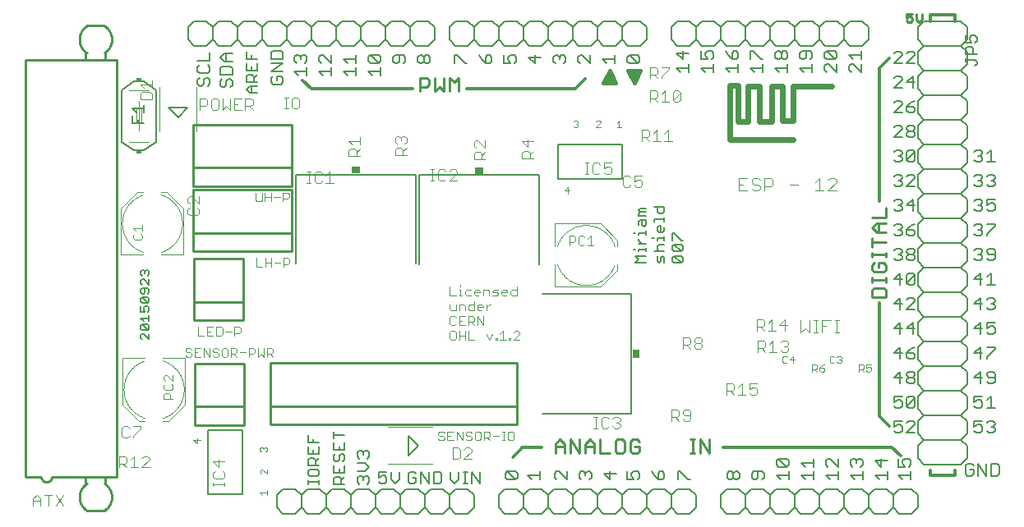
<source format=gto>
G75*
%MOIN*%
%OFA0B0*%
%FSLAX25Y25*%
%IPPOS*%
%LPD*%
%AMOC8*
5,1,8,0,0,1.08239X$1,22.5*
%
%ADD10C,0.01200*%
%ADD11C,0.01000*%
%ADD12C,0.01600*%
%ADD13C,0.00600*%
%ADD14C,0.00700*%
%ADD15C,0.00900*%
%ADD16C,0.00400*%
%ADD17C,0.00800*%
%ADD18C,0.00300*%
%ADD19C,0.00500*%
%ADD20C,0.00200*%
%ADD21R,0.02400X0.01400*%
%ADD22R,0.03400X0.03000*%
%ADD23R,0.03000X0.03400*%
%ADD24C,0.02400*%
D10*
X0212559Y0037500D02*
X0220559Y0037500D01*
X0294059Y0037500D02*
X0362559Y0037500D01*
X0366059Y0034000D01*
X0378059Y0028000D02*
X0378059Y0026000D01*
X0388059Y0026000D01*
X0388059Y0028000D01*
X0361559Y0046000D02*
X0357559Y0050000D01*
X0357559Y0096000D01*
X0357559Y0137500D02*
X0357559Y0191500D01*
X0361559Y0195500D01*
X0378059Y0210500D02*
X0378059Y0213000D01*
X0388059Y0213000D01*
X0388059Y0210500D01*
X0238059Y0187000D02*
X0234059Y0183000D01*
X0190059Y0183000D01*
X0168059Y0183000D02*
X0127059Y0183000D01*
X0123559Y0186500D01*
D11*
X0119122Y0168591D02*
X0119122Y0151091D01*
X0079122Y0151091D01*
X0079122Y0168591D01*
X0119122Y0168591D01*
X0119122Y0151091D02*
X0119122Y0143591D01*
X0079122Y0143591D01*
X0079122Y0151091D01*
X0079240Y0142016D02*
X0119240Y0142016D01*
X0119240Y0124516D01*
X0079240Y0124516D01*
X0079240Y0142016D01*
X0079240Y0124516D02*
X0079240Y0117016D01*
X0119240Y0117016D01*
X0119240Y0124516D01*
X0099437Y0113984D02*
X0099437Y0096484D01*
X0079437Y0096484D01*
X0079437Y0113984D01*
X0099437Y0113984D01*
X0099437Y0096484D02*
X0099437Y0088984D01*
X0079437Y0088984D01*
X0079437Y0096484D01*
X0079859Y0071600D02*
X0099859Y0071600D01*
X0099859Y0054100D01*
X0079859Y0054100D01*
X0079859Y0071600D01*
X0110343Y0071622D02*
X0210343Y0071622D01*
X0210343Y0054122D01*
X0110343Y0054122D01*
X0110343Y0071622D01*
X0110343Y0054122D02*
X0110343Y0046622D01*
X0210343Y0046622D01*
X0210343Y0054122D01*
X0226059Y0038737D02*
X0227927Y0040605D01*
X0229796Y0038737D01*
X0229796Y0035000D01*
X0232136Y0035000D02*
X0232136Y0040605D01*
X0235873Y0035000D01*
X0235873Y0040605D01*
X0238213Y0038737D02*
X0240082Y0040605D01*
X0241950Y0038737D01*
X0241950Y0035000D01*
X0244291Y0035000D02*
X0248027Y0035000D01*
X0250368Y0035934D02*
X0251302Y0035000D01*
X0253170Y0035000D01*
X0254104Y0035934D01*
X0254104Y0039671D01*
X0253170Y0040605D01*
X0251302Y0040605D01*
X0250368Y0039671D01*
X0250368Y0035934D01*
X0244291Y0035000D02*
X0244291Y0040605D01*
X0241950Y0037802D02*
X0238213Y0037802D01*
X0238213Y0038737D02*
X0238213Y0035000D01*
X0229796Y0037802D02*
X0226059Y0037802D01*
X0226059Y0038737D02*
X0226059Y0035000D01*
X0212559Y0037500D02*
X0208559Y0033500D01*
X0256445Y0035934D02*
X0257379Y0035000D01*
X0259247Y0035000D01*
X0260182Y0035934D01*
X0260182Y0037802D01*
X0258313Y0037802D01*
X0256445Y0035934D02*
X0256445Y0039671D01*
X0257379Y0040605D01*
X0259247Y0040605D01*
X0260182Y0039671D01*
X0280754Y0040605D02*
X0282622Y0040605D01*
X0281688Y0040605D02*
X0281688Y0035000D01*
X0280754Y0035000D02*
X0282622Y0035000D01*
X0284805Y0035000D02*
X0284805Y0040605D01*
X0288542Y0035000D01*
X0288542Y0040605D01*
X0354454Y0098500D02*
X0354454Y0101302D01*
X0355388Y0102237D01*
X0359125Y0102237D01*
X0360059Y0101302D01*
X0360059Y0098500D01*
X0354454Y0098500D01*
X0354454Y0104577D02*
X0354454Y0106445D01*
X0354454Y0105511D02*
X0360059Y0105511D01*
X0360059Y0104577D02*
X0360059Y0106445D01*
X0359125Y0108629D02*
X0355388Y0108629D01*
X0354454Y0109563D01*
X0354454Y0111431D01*
X0355388Y0112365D01*
X0357257Y0112365D02*
X0357257Y0110497D01*
X0357257Y0112365D02*
X0359125Y0112365D01*
X0360059Y0111431D01*
X0360059Y0109563D01*
X0359125Y0108629D01*
X0360059Y0114706D02*
X0360059Y0116574D01*
X0360059Y0115640D02*
X0354454Y0115640D01*
X0354454Y0114706D02*
X0354454Y0116574D01*
X0354454Y0118757D02*
X0354454Y0122494D01*
X0354454Y0120626D02*
X0360059Y0120626D01*
X0360059Y0124834D02*
X0356323Y0124834D01*
X0354454Y0126703D01*
X0356323Y0128571D01*
X0360059Y0128571D01*
X0360059Y0130912D02*
X0354454Y0130912D01*
X0357257Y0128571D02*
X0357257Y0124834D01*
X0360059Y0130912D02*
X0360059Y0134648D01*
X0186950Y0181969D02*
X0186950Y0187573D01*
X0185082Y0185705D01*
X0183213Y0187573D01*
X0183213Y0181969D01*
X0180873Y0181969D02*
X0179005Y0183837D01*
X0177136Y0181969D01*
X0177136Y0187573D01*
X0174796Y0186639D02*
X0174796Y0184771D01*
X0173861Y0183837D01*
X0171059Y0183837D01*
X0171059Y0181969D02*
X0171059Y0187573D01*
X0173861Y0187573D01*
X0174796Y0186639D01*
X0180873Y0187573D02*
X0180873Y0181969D01*
X0048217Y0194870D02*
X0011209Y0194870D01*
X0011209Y0025579D01*
X0017508Y0025579D01*
X0017510Y0025487D01*
X0017516Y0025395D01*
X0017526Y0025304D01*
X0017539Y0025213D01*
X0017557Y0025123D01*
X0017578Y0025033D01*
X0017603Y0024945D01*
X0017632Y0024858D01*
X0017664Y0024772D01*
X0017700Y0024687D01*
X0017740Y0024604D01*
X0017783Y0024523D01*
X0017829Y0024444D01*
X0017879Y0024367D01*
X0017932Y0024292D01*
X0017989Y0024219D01*
X0018048Y0024149D01*
X0018110Y0024081D01*
X0018175Y0024016D01*
X0018243Y0023954D01*
X0018313Y0023895D01*
X0018386Y0023838D01*
X0018461Y0023785D01*
X0018538Y0023735D01*
X0018617Y0023689D01*
X0018698Y0023646D01*
X0018781Y0023606D01*
X0018866Y0023570D01*
X0018952Y0023538D01*
X0019039Y0023509D01*
X0019127Y0023484D01*
X0019217Y0023463D01*
X0019307Y0023445D01*
X0019398Y0023432D01*
X0019489Y0023422D01*
X0019581Y0023416D01*
X0019673Y0023414D01*
X0019765Y0023416D01*
X0019857Y0023422D01*
X0019948Y0023432D01*
X0020039Y0023445D01*
X0020129Y0023463D01*
X0020219Y0023484D01*
X0020307Y0023509D01*
X0020394Y0023538D01*
X0020480Y0023570D01*
X0020565Y0023606D01*
X0020648Y0023646D01*
X0020729Y0023689D01*
X0020808Y0023735D01*
X0020885Y0023785D01*
X0020960Y0023838D01*
X0021033Y0023895D01*
X0021103Y0023954D01*
X0021171Y0024016D01*
X0021236Y0024081D01*
X0021298Y0024149D01*
X0021357Y0024219D01*
X0021414Y0024292D01*
X0021467Y0024367D01*
X0021517Y0024444D01*
X0021563Y0024523D01*
X0021606Y0024604D01*
X0021646Y0024687D01*
X0021682Y0024772D01*
X0021714Y0024858D01*
X0021743Y0024945D01*
X0021768Y0025033D01*
X0021789Y0025123D01*
X0021807Y0025213D01*
X0021820Y0025304D01*
X0021830Y0025395D01*
X0021836Y0025487D01*
X0021838Y0025579D01*
X0021839Y0025579D02*
X0048217Y0025579D01*
X0048217Y0194870D01*
X0043492Y0195264D02*
X0043492Y0198020D01*
X0036012Y0197627D02*
X0035879Y0197715D01*
X0035748Y0197806D01*
X0035619Y0197900D01*
X0035492Y0197998D01*
X0035368Y0198098D01*
X0035247Y0198202D01*
X0035128Y0198308D01*
X0035011Y0198418D01*
X0034897Y0198530D01*
X0034786Y0198645D01*
X0034678Y0198762D01*
X0034573Y0198882D01*
X0034471Y0199005D01*
X0034372Y0199130D01*
X0034276Y0199258D01*
X0034183Y0199388D01*
X0034093Y0199520D01*
X0034006Y0199654D01*
X0033923Y0199790D01*
X0033843Y0199929D01*
X0033766Y0200069D01*
X0033693Y0200211D01*
X0033624Y0200354D01*
X0033558Y0200500D01*
X0033495Y0200647D01*
X0033436Y0200795D01*
X0033381Y0200945D01*
X0033329Y0201096D01*
X0033281Y0201249D01*
X0033237Y0201402D01*
X0033197Y0201557D01*
X0033160Y0201712D01*
X0033127Y0201868D01*
X0033098Y0202025D01*
X0033073Y0202183D01*
X0033052Y0202341D01*
X0033034Y0202500D01*
X0033021Y0202659D01*
X0033011Y0202819D01*
X0033005Y0202978D01*
X0033003Y0203138D01*
X0033005Y0203298D01*
X0033011Y0203457D01*
X0033021Y0203617D01*
X0033034Y0203776D01*
X0033052Y0203935D01*
X0033073Y0204093D01*
X0033098Y0204251D01*
X0033127Y0204408D01*
X0033160Y0204564D01*
X0033197Y0204719D01*
X0033237Y0204874D01*
X0033281Y0205027D01*
X0033329Y0205180D01*
X0033381Y0205331D01*
X0033436Y0205481D01*
X0033495Y0205629D01*
X0033558Y0205776D01*
X0033624Y0205922D01*
X0033693Y0206065D01*
X0033766Y0206207D01*
X0033843Y0206347D01*
X0033923Y0206486D01*
X0034006Y0206622D01*
X0034093Y0206756D01*
X0034183Y0206888D01*
X0034276Y0207018D01*
X0034372Y0207146D01*
X0034471Y0207271D01*
X0034573Y0207394D01*
X0034678Y0207514D01*
X0034786Y0207631D01*
X0034897Y0207746D01*
X0035011Y0207858D01*
X0035128Y0207968D01*
X0035247Y0208074D01*
X0035368Y0208178D01*
X0035492Y0208278D01*
X0035619Y0208376D01*
X0035748Y0208470D01*
X0035879Y0208561D01*
X0036012Y0208649D01*
X0036012Y0208650D02*
X0043098Y0208650D01*
X0043098Y0208649D02*
X0043231Y0208561D01*
X0043362Y0208470D01*
X0043491Y0208376D01*
X0043618Y0208278D01*
X0043742Y0208178D01*
X0043863Y0208074D01*
X0043982Y0207968D01*
X0044099Y0207858D01*
X0044213Y0207746D01*
X0044324Y0207631D01*
X0044432Y0207514D01*
X0044537Y0207394D01*
X0044639Y0207271D01*
X0044738Y0207146D01*
X0044834Y0207018D01*
X0044927Y0206888D01*
X0045017Y0206756D01*
X0045104Y0206622D01*
X0045187Y0206486D01*
X0045267Y0206347D01*
X0045344Y0206207D01*
X0045417Y0206065D01*
X0045486Y0205922D01*
X0045552Y0205776D01*
X0045615Y0205629D01*
X0045674Y0205481D01*
X0045729Y0205331D01*
X0045781Y0205180D01*
X0045829Y0205027D01*
X0045873Y0204874D01*
X0045913Y0204719D01*
X0045950Y0204564D01*
X0045983Y0204408D01*
X0046012Y0204251D01*
X0046037Y0204093D01*
X0046058Y0203935D01*
X0046076Y0203776D01*
X0046089Y0203617D01*
X0046099Y0203457D01*
X0046105Y0203298D01*
X0046107Y0203138D01*
X0046105Y0202978D01*
X0046099Y0202819D01*
X0046089Y0202659D01*
X0046076Y0202500D01*
X0046058Y0202341D01*
X0046037Y0202183D01*
X0046012Y0202025D01*
X0045983Y0201868D01*
X0045950Y0201712D01*
X0045913Y0201557D01*
X0045873Y0201402D01*
X0045829Y0201249D01*
X0045781Y0201096D01*
X0045729Y0200945D01*
X0045674Y0200795D01*
X0045615Y0200647D01*
X0045552Y0200500D01*
X0045486Y0200354D01*
X0045417Y0200211D01*
X0045344Y0200069D01*
X0045267Y0199929D01*
X0045187Y0199790D01*
X0045104Y0199654D01*
X0045017Y0199520D01*
X0044927Y0199388D01*
X0044834Y0199258D01*
X0044738Y0199130D01*
X0044639Y0199005D01*
X0044537Y0198882D01*
X0044432Y0198762D01*
X0044324Y0198645D01*
X0044213Y0198530D01*
X0044099Y0198418D01*
X0043982Y0198308D01*
X0043863Y0198202D01*
X0043742Y0198098D01*
X0043618Y0197998D01*
X0043491Y0197900D01*
X0043362Y0197806D01*
X0043231Y0197715D01*
X0043098Y0197627D01*
X0035618Y0198020D02*
X0035618Y0195264D01*
X0079859Y0054100D02*
X0079859Y0046600D01*
X0099859Y0046600D01*
X0099859Y0054100D01*
X0043492Y0025185D02*
X0043492Y0022429D01*
X0035618Y0022429D02*
X0035618Y0025185D01*
X0043098Y0022822D02*
X0043231Y0022734D01*
X0043362Y0022643D01*
X0043491Y0022549D01*
X0043618Y0022451D01*
X0043742Y0022351D01*
X0043863Y0022247D01*
X0043982Y0022141D01*
X0044099Y0022031D01*
X0044213Y0021919D01*
X0044324Y0021804D01*
X0044432Y0021687D01*
X0044537Y0021567D01*
X0044639Y0021444D01*
X0044738Y0021319D01*
X0044834Y0021191D01*
X0044927Y0021061D01*
X0045017Y0020929D01*
X0045104Y0020795D01*
X0045187Y0020659D01*
X0045267Y0020520D01*
X0045344Y0020380D01*
X0045417Y0020238D01*
X0045486Y0020095D01*
X0045552Y0019949D01*
X0045615Y0019802D01*
X0045674Y0019654D01*
X0045729Y0019504D01*
X0045781Y0019353D01*
X0045829Y0019200D01*
X0045873Y0019047D01*
X0045913Y0018892D01*
X0045950Y0018737D01*
X0045983Y0018581D01*
X0046012Y0018424D01*
X0046037Y0018266D01*
X0046058Y0018108D01*
X0046076Y0017949D01*
X0046089Y0017790D01*
X0046099Y0017630D01*
X0046105Y0017471D01*
X0046107Y0017311D01*
X0046105Y0017151D01*
X0046099Y0016992D01*
X0046089Y0016832D01*
X0046076Y0016673D01*
X0046058Y0016514D01*
X0046037Y0016356D01*
X0046012Y0016198D01*
X0045983Y0016041D01*
X0045950Y0015885D01*
X0045913Y0015730D01*
X0045873Y0015575D01*
X0045829Y0015422D01*
X0045781Y0015269D01*
X0045729Y0015118D01*
X0045674Y0014968D01*
X0045615Y0014820D01*
X0045552Y0014673D01*
X0045486Y0014527D01*
X0045417Y0014384D01*
X0045344Y0014242D01*
X0045267Y0014102D01*
X0045187Y0013963D01*
X0045104Y0013827D01*
X0045017Y0013693D01*
X0044927Y0013561D01*
X0044834Y0013431D01*
X0044738Y0013303D01*
X0044639Y0013178D01*
X0044537Y0013055D01*
X0044432Y0012935D01*
X0044324Y0012818D01*
X0044213Y0012703D01*
X0044099Y0012591D01*
X0043982Y0012481D01*
X0043863Y0012375D01*
X0043742Y0012271D01*
X0043618Y0012171D01*
X0043491Y0012073D01*
X0043362Y0011979D01*
X0043231Y0011888D01*
X0043098Y0011800D01*
X0043098Y0011799D02*
X0036012Y0011799D01*
X0036012Y0011800D02*
X0035879Y0011888D01*
X0035748Y0011979D01*
X0035619Y0012073D01*
X0035492Y0012171D01*
X0035368Y0012271D01*
X0035247Y0012375D01*
X0035128Y0012481D01*
X0035011Y0012591D01*
X0034897Y0012703D01*
X0034786Y0012818D01*
X0034678Y0012935D01*
X0034573Y0013055D01*
X0034471Y0013178D01*
X0034372Y0013303D01*
X0034276Y0013431D01*
X0034183Y0013561D01*
X0034093Y0013693D01*
X0034006Y0013827D01*
X0033923Y0013963D01*
X0033843Y0014102D01*
X0033766Y0014242D01*
X0033693Y0014384D01*
X0033624Y0014527D01*
X0033558Y0014673D01*
X0033495Y0014820D01*
X0033436Y0014968D01*
X0033381Y0015118D01*
X0033329Y0015269D01*
X0033281Y0015422D01*
X0033237Y0015575D01*
X0033197Y0015730D01*
X0033160Y0015885D01*
X0033127Y0016041D01*
X0033098Y0016198D01*
X0033073Y0016356D01*
X0033052Y0016514D01*
X0033034Y0016673D01*
X0033021Y0016832D01*
X0033011Y0016992D01*
X0033005Y0017151D01*
X0033003Y0017311D01*
X0033005Y0017471D01*
X0033011Y0017630D01*
X0033021Y0017790D01*
X0033034Y0017949D01*
X0033052Y0018108D01*
X0033073Y0018266D01*
X0033098Y0018424D01*
X0033127Y0018581D01*
X0033160Y0018737D01*
X0033197Y0018892D01*
X0033237Y0019047D01*
X0033281Y0019200D01*
X0033329Y0019353D01*
X0033381Y0019504D01*
X0033436Y0019654D01*
X0033495Y0019802D01*
X0033558Y0019949D01*
X0033624Y0020095D01*
X0033693Y0020238D01*
X0033766Y0020380D01*
X0033843Y0020520D01*
X0033923Y0020659D01*
X0034006Y0020795D01*
X0034093Y0020929D01*
X0034183Y0021061D01*
X0034276Y0021191D01*
X0034372Y0021319D01*
X0034471Y0021444D01*
X0034573Y0021567D01*
X0034678Y0021687D01*
X0034786Y0021804D01*
X0034897Y0021919D01*
X0035011Y0022031D01*
X0035128Y0022141D01*
X0035247Y0022247D01*
X0035368Y0022351D01*
X0035492Y0022451D01*
X0035619Y0022549D01*
X0035748Y0022643D01*
X0035879Y0022734D01*
X0036012Y0022822D01*
D12*
X0245559Y0185500D02*
X0248059Y0188000D01*
X0250559Y0185500D01*
X0248059Y0185500D01*
X0248059Y0188000D01*
X0248059Y0190500D02*
X0250559Y0185500D01*
X0248059Y0185500D02*
X0245559Y0185500D01*
X0248059Y0190500D01*
X0255559Y0190500D02*
X0258059Y0188000D01*
X0258059Y0190500D01*
X0260559Y0190500D01*
X0258059Y0188000D01*
X0258059Y0185500D02*
X0255559Y0190500D01*
X0258059Y0190500D01*
X0260559Y0190500D02*
X0258059Y0185500D01*
D13*
X0255559Y0200500D02*
X0253059Y0203000D01*
X0250559Y0200500D01*
X0245559Y0200500D01*
X0243059Y0203000D01*
X0243059Y0208000D01*
X0245559Y0210500D01*
X0250559Y0210500D01*
X0253059Y0208000D01*
X0255559Y0210500D01*
X0260559Y0210500D01*
X0263059Y0208000D01*
X0263059Y0203000D01*
X0260559Y0200500D01*
X0255559Y0200500D01*
X0253059Y0203000D02*
X0253059Y0208000D01*
X0243059Y0208000D02*
X0240559Y0210500D01*
X0235559Y0210500D01*
X0233059Y0208000D01*
X0230559Y0210500D01*
X0225559Y0210500D01*
X0223059Y0208000D01*
X0220559Y0210500D01*
X0215559Y0210500D01*
X0213059Y0208000D01*
X0213059Y0203000D01*
X0215559Y0200500D01*
X0220559Y0200500D01*
X0223059Y0203000D01*
X0223059Y0208000D01*
X0233059Y0208000D02*
X0233059Y0203000D01*
X0230559Y0200500D01*
X0225559Y0200500D01*
X0223059Y0203000D01*
X0233059Y0203000D02*
X0235559Y0200500D01*
X0240559Y0200500D01*
X0243059Y0203000D01*
X0273059Y0203000D02*
X0275559Y0200500D01*
X0280559Y0200500D01*
X0283059Y0203000D01*
X0283059Y0208000D01*
X0280559Y0210500D01*
X0275559Y0210500D01*
X0273059Y0208000D01*
X0273059Y0203000D01*
X0283059Y0203000D02*
X0285559Y0200500D01*
X0290559Y0200500D01*
X0293059Y0203000D01*
X0293059Y0208000D01*
X0290559Y0210500D01*
X0285559Y0210500D01*
X0283059Y0208000D01*
X0293059Y0208000D02*
X0295559Y0210500D01*
X0300559Y0210500D01*
X0303059Y0208000D01*
X0305559Y0210500D01*
X0310559Y0210500D01*
X0313059Y0208000D01*
X0315559Y0210500D01*
X0320559Y0210500D01*
X0323059Y0208000D01*
X0325559Y0210500D01*
X0330559Y0210500D01*
X0333059Y0208000D01*
X0335559Y0210500D01*
X0340559Y0210500D01*
X0343059Y0208000D01*
X0345559Y0210500D01*
X0350559Y0210500D01*
X0353059Y0208000D01*
X0353059Y0203000D01*
X0350559Y0200500D01*
X0345559Y0200500D01*
X0343059Y0203000D01*
X0340559Y0200500D01*
X0335559Y0200500D01*
X0333059Y0203000D01*
X0333059Y0208000D01*
X0323059Y0208000D02*
X0323059Y0203000D01*
X0320559Y0200500D01*
X0315559Y0200500D01*
X0313059Y0203000D01*
X0310559Y0200500D01*
X0305559Y0200500D01*
X0303059Y0203000D01*
X0303059Y0208000D01*
X0313059Y0208000D02*
X0313059Y0203000D01*
X0303059Y0203000D02*
X0300559Y0200500D01*
X0295559Y0200500D01*
X0293059Y0203000D01*
X0323059Y0203000D02*
X0325559Y0200500D01*
X0330559Y0200500D01*
X0333059Y0203000D01*
X0343059Y0203000D02*
X0343059Y0208000D01*
X0373059Y0208000D02*
X0373059Y0203000D01*
X0375559Y0200500D01*
X0390559Y0200500D01*
X0393059Y0198000D01*
X0393059Y0193000D01*
X0390559Y0190500D01*
X0375559Y0190500D01*
X0373059Y0188000D01*
X0373059Y0183000D01*
X0375559Y0180500D01*
X0390559Y0180500D01*
X0393059Y0178000D01*
X0393059Y0173000D01*
X0390559Y0170500D01*
X0375559Y0170500D01*
X0373059Y0168000D01*
X0373059Y0163000D01*
X0375559Y0160500D01*
X0390559Y0160500D01*
X0393059Y0158000D01*
X0393059Y0153000D01*
X0390559Y0150500D01*
X0375559Y0150500D01*
X0373059Y0148000D01*
X0373059Y0143000D01*
X0375559Y0140500D01*
X0390559Y0140500D01*
X0393059Y0138000D01*
X0393059Y0133000D01*
X0390559Y0130500D01*
X0375559Y0130500D01*
X0373059Y0133000D01*
X0373059Y0138000D01*
X0375559Y0140500D01*
X0390559Y0140500D02*
X0393059Y0143000D01*
X0393059Y0148000D01*
X0390559Y0150500D01*
X0375559Y0150500D02*
X0373059Y0153000D01*
X0373059Y0158000D01*
X0375559Y0160500D01*
X0390559Y0160500D02*
X0393059Y0163000D01*
X0393059Y0168000D01*
X0390559Y0170500D01*
X0375559Y0170500D02*
X0373059Y0173000D01*
X0373059Y0178000D01*
X0375559Y0180500D01*
X0390559Y0180500D02*
X0393059Y0183000D01*
X0393059Y0188000D01*
X0390559Y0190500D01*
X0375559Y0190500D02*
X0373059Y0193000D01*
X0373059Y0198000D01*
X0375559Y0200500D01*
X0390559Y0200500D02*
X0393059Y0203000D01*
X0393059Y0208000D01*
X0390559Y0210500D01*
X0375559Y0210500D01*
X0373059Y0208000D01*
X0375559Y0130500D02*
X0373059Y0128000D01*
X0373059Y0123000D01*
X0375559Y0120500D01*
X0390559Y0120500D01*
X0393059Y0118000D01*
X0393059Y0113000D01*
X0390559Y0110500D01*
X0375559Y0110500D01*
X0373059Y0113000D01*
X0373059Y0118000D01*
X0375559Y0120500D01*
X0390559Y0120500D02*
X0393059Y0123000D01*
X0393059Y0128000D01*
X0390559Y0130500D01*
X0390559Y0110500D02*
X0393059Y0108000D01*
X0393059Y0103000D01*
X0390559Y0100500D01*
X0375559Y0100500D01*
X0373059Y0103000D01*
X0373059Y0108000D01*
X0375559Y0110500D01*
X0375559Y0100500D02*
X0373059Y0098000D01*
X0373059Y0093000D01*
X0375559Y0090500D01*
X0390559Y0090500D01*
X0393059Y0088000D01*
X0393059Y0083000D01*
X0390559Y0080500D01*
X0375559Y0080500D01*
X0373059Y0083000D01*
X0373059Y0088000D01*
X0375559Y0090500D01*
X0390559Y0090500D02*
X0393059Y0093000D01*
X0393059Y0098000D01*
X0390559Y0100500D01*
X0390559Y0080500D02*
X0393059Y0078000D01*
X0393059Y0073000D01*
X0390559Y0070500D01*
X0375559Y0070500D01*
X0373059Y0073000D01*
X0373059Y0078000D01*
X0375559Y0080500D01*
X0375559Y0070500D02*
X0373059Y0068000D01*
X0373059Y0063000D01*
X0375559Y0060500D01*
X0390559Y0060500D01*
X0393059Y0058000D01*
X0393059Y0053000D01*
X0390559Y0050500D01*
X0375559Y0050500D01*
X0373059Y0053000D01*
X0373059Y0058000D01*
X0375559Y0060500D01*
X0390559Y0060500D02*
X0393059Y0063000D01*
X0393059Y0068000D01*
X0390559Y0070500D01*
X0390559Y0050500D02*
X0393059Y0048000D01*
X0393059Y0043000D01*
X0390559Y0040500D01*
X0375559Y0040500D01*
X0373059Y0043000D01*
X0373059Y0048000D01*
X0375559Y0050500D01*
X0375559Y0040500D02*
X0373059Y0038000D01*
X0373059Y0033000D01*
X0375559Y0030500D01*
X0390559Y0030500D01*
X0393059Y0033000D01*
X0393059Y0038000D01*
X0390559Y0040500D01*
X0370559Y0020500D02*
X0365559Y0020500D01*
X0363059Y0018000D01*
X0363059Y0013000D01*
X0365559Y0010500D01*
X0370559Y0010500D01*
X0373059Y0013000D01*
X0373059Y0018000D01*
X0370559Y0020500D01*
X0363059Y0018000D02*
X0360559Y0020500D01*
X0355559Y0020500D01*
X0353059Y0018000D01*
X0353059Y0013000D01*
X0355559Y0010500D01*
X0360559Y0010500D01*
X0363059Y0013000D01*
X0353059Y0013000D02*
X0350559Y0010500D01*
X0345559Y0010500D01*
X0343059Y0013000D01*
X0340559Y0010500D01*
X0335559Y0010500D01*
X0333059Y0013000D01*
X0330559Y0010500D01*
X0325559Y0010500D01*
X0323059Y0013000D01*
X0320559Y0010500D01*
X0315559Y0010500D01*
X0313059Y0013000D01*
X0310559Y0010500D01*
X0305559Y0010500D01*
X0303059Y0013000D01*
X0300559Y0010500D01*
X0295559Y0010500D01*
X0293059Y0013000D01*
X0293059Y0018000D01*
X0295559Y0020500D01*
X0300559Y0020500D01*
X0303059Y0018000D01*
X0305559Y0020500D01*
X0310559Y0020500D01*
X0313059Y0018000D01*
X0313059Y0013000D01*
X0303059Y0013000D02*
X0303059Y0018000D01*
X0313059Y0018000D02*
X0315559Y0020500D01*
X0320559Y0020500D01*
X0323059Y0018000D01*
X0325559Y0020500D01*
X0330559Y0020500D01*
X0333059Y0018000D01*
X0335559Y0020500D01*
X0340559Y0020500D01*
X0343059Y0018000D01*
X0343059Y0013000D01*
X0343059Y0018000D02*
X0345559Y0020500D01*
X0350559Y0020500D01*
X0353059Y0018000D01*
X0333059Y0018000D02*
X0333059Y0013000D01*
X0323059Y0013000D02*
X0323059Y0018000D01*
X0320759Y0024300D02*
X0320759Y0027636D01*
X0320759Y0025968D02*
X0315755Y0025968D01*
X0317423Y0024300D01*
X0316589Y0029456D02*
X0315755Y0030290D01*
X0315755Y0031959D01*
X0316589Y0032793D01*
X0319925Y0029456D01*
X0320759Y0030290D01*
X0320759Y0031959D01*
X0319925Y0032793D01*
X0316589Y0032793D01*
X0316589Y0029456D02*
X0319925Y0029456D01*
X0283059Y0018000D02*
X0283059Y0013000D01*
X0280559Y0010500D01*
X0275559Y0010500D01*
X0273059Y0013000D01*
X0270559Y0010500D01*
X0265559Y0010500D01*
X0263059Y0013000D01*
X0260559Y0010500D01*
X0255559Y0010500D01*
X0253059Y0013000D01*
X0250559Y0010500D01*
X0245559Y0010500D01*
X0243059Y0013000D01*
X0240559Y0010500D01*
X0235559Y0010500D01*
X0233059Y0013000D01*
X0230559Y0010500D01*
X0225559Y0010500D01*
X0223059Y0013000D01*
X0220559Y0010500D01*
X0215559Y0010500D01*
X0213059Y0013000D01*
X0210559Y0010500D01*
X0205559Y0010500D01*
X0203059Y0013000D01*
X0203059Y0018000D01*
X0205559Y0020500D01*
X0210559Y0020500D01*
X0213059Y0018000D01*
X0215559Y0020500D01*
X0220559Y0020500D01*
X0223059Y0018000D01*
X0223059Y0013000D01*
X0233059Y0013000D02*
X0233059Y0018000D01*
X0235559Y0020500D01*
X0240559Y0020500D01*
X0243059Y0018000D01*
X0245559Y0020500D01*
X0250559Y0020500D01*
X0253059Y0018000D01*
X0253059Y0013000D01*
X0243059Y0013000D02*
X0243059Y0018000D01*
X0253059Y0018000D02*
X0255559Y0020500D01*
X0260559Y0020500D01*
X0263059Y0018000D01*
X0265559Y0020500D01*
X0270559Y0020500D01*
X0273059Y0018000D01*
X0275559Y0020500D01*
X0280559Y0020500D01*
X0283059Y0018000D01*
X0273059Y0018000D02*
X0273059Y0013000D01*
X0263059Y0013000D02*
X0263059Y0018000D01*
X0233059Y0018000D02*
X0230559Y0020500D01*
X0225559Y0020500D01*
X0223059Y0018000D01*
X0213059Y0018000D02*
X0213059Y0013000D01*
X0193059Y0013000D02*
X0190559Y0010500D01*
X0185559Y0010500D01*
X0183059Y0013000D01*
X0180559Y0010500D01*
X0175559Y0010500D01*
X0173059Y0013000D01*
X0170559Y0010500D01*
X0165559Y0010500D01*
X0163059Y0013000D01*
X0160559Y0010500D01*
X0155559Y0010500D01*
X0153059Y0013000D01*
X0150559Y0010500D01*
X0145559Y0010500D01*
X0143059Y0013000D01*
X0140559Y0010500D01*
X0135559Y0010500D01*
X0133059Y0013000D01*
X0130559Y0010500D01*
X0125559Y0010500D01*
X0123059Y0013000D01*
X0120559Y0010500D01*
X0115559Y0010500D01*
X0113059Y0013000D01*
X0113059Y0018000D01*
X0115559Y0020500D01*
X0120559Y0020500D01*
X0123059Y0018000D01*
X0125559Y0020500D01*
X0130559Y0020500D01*
X0133059Y0018000D01*
X0133059Y0013000D01*
X0143059Y0013000D02*
X0143059Y0018000D01*
X0145559Y0020500D01*
X0150559Y0020500D01*
X0153059Y0018000D01*
X0155559Y0020500D01*
X0160559Y0020500D01*
X0163059Y0018000D01*
X0163059Y0013000D01*
X0153059Y0013000D02*
X0153059Y0018000D01*
X0163059Y0018000D02*
X0165559Y0020500D01*
X0170559Y0020500D01*
X0173059Y0018000D01*
X0175559Y0020500D01*
X0180559Y0020500D01*
X0183059Y0018000D01*
X0185559Y0020500D01*
X0190559Y0020500D01*
X0193059Y0018000D01*
X0193059Y0013000D01*
X0183059Y0013000D02*
X0183059Y0018000D01*
X0173059Y0018000D02*
X0173059Y0013000D01*
X0143059Y0018000D02*
X0140559Y0020500D01*
X0135559Y0020500D01*
X0133059Y0018000D01*
X0130142Y0022548D02*
X0130142Y0024016D01*
X0130142Y0023282D02*
X0125738Y0023282D01*
X0125738Y0022548D02*
X0125738Y0024016D01*
X0126472Y0025617D02*
X0129408Y0025617D01*
X0130142Y0026351D01*
X0130142Y0027819D01*
X0129408Y0028553D01*
X0126472Y0028553D01*
X0125738Y0027819D01*
X0125738Y0026351D01*
X0126472Y0025617D01*
X0125738Y0030221D02*
X0125738Y0032423D01*
X0126472Y0033157D01*
X0127940Y0033157D01*
X0128674Y0032423D01*
X0128674Y0030221D01*
X0130142Y0030221D02*
X0125738Y0030221D01*
X0128674Y0031689D02*
X0130142Y0033157D01*
X0130142Y0034825D02*
X0130142Y0037761D01*
X0130142Y0039429D02*
X0125738Y0039429D01*
X0125738Y0042365D01*
X0127940Y0040897D02*
X0127940Y0039429D01*
X0125738Y0037761D02*
X0125738Y0034825D01*
X0130142Y0034825D01*
X0127940Y0034825D02*
X0127940Y0036293D01*
X0136238Y0036360D02*
X0140642Y0036360D01*
X0140642Y0039296D01*
X0138440Y0037828D02*
X0138440Y0036360D01*
X0139174Y0034692D02*
X0139908Y0034692D01*
X0140642Y0033958D01*
X0140642Y0032490D01*
X0139908Y0031756D01*
X0138440Y0032490D02*
X0138440Y0033958D01*
X0139174Y0034692D01*
X0136972Y0034692D02*
X0136238Y0033958D01*
X0136238Y0032490D01*
X0136972Y0031756D01*
X0137706Y0031756D01*
X0138440Y0032490D01*
X0140642Y0030088D02*
X0140642Y0027152D01*
X0136238Y0027152D01*
X0136238Y0030088D01*
X0138440Y0028620D02*
X0138440Y0027152D01*
X0138440Y0025484D02*
X0139174Y0024750D01*
X0139174Y0022548D01*
X0140642Y0022548D02*
X0136238Y0022548D01*
X0136238Y0024750D01*
X0136972Y0025484D01*
X0138440Y0025484D01*
X0139174Y0024016D02*
X0140642Y0025484D01*
X0136238Y0036360D02*
X0136238Y0039296D01*
X0136238Y0040964D02*
X0136238Y0043900D01*
X0136238Y0042432D02*
X0140642Y0042432D01*
X0123059Y0018000D02*
X0123059Y0013000D01*
X0061305Y0081333D02*
X0059036Y0083602D01*
X0058469Y0083602D01*
X0057902Y0083035D01*
X0057902Y0081900D01*
X0058469Y0081333D01*
X0061305Y0081333D02*
X0061305Y0083602D01*
X0060738Y0085016D02*
X0058469Y0087285D01*
X0060738Y0087285D01*
X0061305Y0086718D01*
X0061305Y0085583D01*
X0060738Y0085016D01*
X0058469Y0085016D01*
X0057902Y0085583D01*
X0057902Y0086718D01*
X0058469Y0087285D01*
X0059036Y0088699D02*
X0057902Y0089834D01*
X0061305Y0089834D01*
X0061305Y0090968D02*
X0061305Y0088699D01*
X0060738Y0092383D02*
X0061305Y0092950D01*
X0061305Y0094084D01*
X0060738Y0094651D01*
X0059603Y0094651D01*
X0059036Y0094084D01*
X0059036Y0093517D01*
X0059603Y0092383D01*
X0057902Y0092383D01*
X0057902Y0094651D01*
X0058469Y0096066D02*
X0057902Y0096633D01*
X0057902Y0097767D01*
X0058469Y0098334D01*
X0060738Y0096066D01*
X0061305Y0096633D01*
X0061305Y0097767D01*
X0060738Y0098334D01*
X0058469Y0098334D01*
X0058469Y0099749D02*
X0059036Y0099749D01*
X0059603Y0100316D01*
X0059603Y0102017D01*
X0058469Y0102017D02*
X0057902Y0101450D01*
X0057902Y0100316D01*
X0058469Y0099749D01*
X0058469Y0102017D02*
X0060738Y0102017D01*
X0061305Y0101450D01*
X0061305Y0100316D01*
X0060738Y0099749D01*
X0061305Y0103432D02*
X0059036Y0105701D01*
X0058469Y0105701D01*
X0057902Y0105133D01*
X0057902Y0103999D01*
X0058469Y0103432D01*
X0061305Y0103432D02*
X0061305Y0105701D01*
X0060738Y0107115D02*
X0061305Y0107682D01*
X0061305Y0108817D01*
X0060738Y0109384D01*
X0060170Y0109384D01*
X0059603Y0108817D01*
X0059603Y0108249D01*
X0059603Y0108817D02*
X0059036Y0109384D01*
X0058469Y0109384D01*
X0057902Y0108817D01*
X0057902Y0107682D01*
X0058469Y0107115D01*
X0058469Y0096066D02*
X0060738Y0096066D01*
X0059272Y0158035D02*
X0055272Y0158035D01*
X0050272Y0161535D01*
X0050272Y0182535D01*
X0055272Y0186035D01*
X0059272Y0186035D01*
X0064272Y0182535D01*
X0064272Y0161535D01*
X0059272Y0158035D01*
X0100738Y0182791D02*
X0102206Y0184259D01*
X0105142Y0184259D01*
X0105142Y0185927D02*
X0100738Y0185927D01*
X0100738Y0188129D01*
X0101472Y0188863D01*
X0102940Y0188863D01*
X0103674Y0188129D01*
X0103674Y0185927D01*
X0103674Y0187395D02*
X0105142Y0188863D01*
X0105142Y0190531D02*
X0100738Y0190531D01*
X0100738Y0193467D01*
X0100738Y0195135D02*
X0100738Y0198070D01*
X0102940Y0196603D02*
X0102940Y0195135D01*
X0105142Y0195135D02*
X0100738Y0195135D01*
X0105142Y0193467D02*
X0105142Y0190531D01*
X0102940Y0190531D02*
X0102940Y0191999D01*
X0095004Y0191399D02*
X0095004Y0188897D01*
X0090000Y0188897D01*
X0090000Y0191399D01*
X0090834Y0192233D01*
X0094170Y0192233D01*
X0095004Y0191399D01*
X0095004Y0194053D02*
X0091668Y0194053D01*
X0090000Y0195721D01*
X0091668Y0197389D01*
X0095004Y0197389D01*
X0092502Y0197389D02*
X0092502Y0194053D01*
X0085972Y0194553D02*
X0085972Y0197889D01*
X0084559Y0200500D02*
X0079559Y0200500D01*
X0077059Y0203000D01*
X0077059Y0208000D01*
X0079559Y0210500D01*
X0084559Y0210500D01*
X0087059Y0208000D01*
X0089559Y0210500D01*
X0094559Y0210500D01*
X0097059Y0208000D01*
X0097059Y0203000D01*
X0094559Y0200500D01*
X0089559Y0200500D01*
X0087059Y0203000D01*
X0084559Y0200500D01*
X0087059Y0203000D02*
X0087059Y0208000D01*
X0097059Y0208000D02*
X0099559Y0210500D01*
X0104559Y0210500D01*
X0107059Y0208000D01*
X0109559Y0210500D01*
X0114559Y0210500D01*
X0117059Y0208000D01*
X0119559Y0210500D01*
X0124559Y0210500D01*
X0127059Y0208000D01*
X0127059Y0203000D01*
X0124559Y0200500D01*
X0119559Y0200500D01*
X0117059Y0203000D01*
X0114559Y0200500D01*
X0109559Y0200500D01*
X0107059Y0203000D01*
X0104559Y0200500D01*
X0099559Y0200500D01*
X0097059Y0203000D01*
X0107059Y0203000D02*
X0107059Y0208000D01*
X0117059Y0208000D02*
X0117059Y0203000D01*
X0127059Y0203000D02*
X0129559Y0200500D01*
X0134559Y0200500D01*
X0137059Y0203000D01*
X0139559Y0200500D01*
X0144559Y0200500D01*
X0147059Y0203000D01*
X0149559Y0200500D01*
X0154559Y0200500D01*
X0157059Y0203000D01*
X0157059Y0208000D01*
X0154559Y0210500D01*
X0149559Y0210500D01*
X0147059Y0208000D01*
X0147059Y0203000D01*
X0137059Y0203000D02*
X0137059Y0208000D01*
X0139559Y0210500D01*
X0144559Y0210500D01*
X0147059Y0208000D01*
X0137059Y0208000D02*
X0134559Y0210500D01*
X0129559Y0210500D01*
X0127059Y0208000D01*
X0157059Y0208000D02*
X0159559Y0210500D01*
X0164559Y0210500D01*
X0167059Y0208000D01*
X0169559Y0210500D01*
X0174559Y0210500D01*
X0177059Y0208000D01*
X0177059Y0203000D01*
X0174559Y0200500D01*
X0169559Y0200500D01*
X0167059Y0203000D01*
X0164559Y0200500D01*
X0159559Y0200500D01*
X0157059Y0203000D01*
X0167059Y0203000D02*
X0167059Y0208000D01*
X0183059Y0208000D02*
X0183059Y0203000D01*
X0185559Y0200500D01*
X0190559Y0200500D01*
X0193059Y0203000D01*
X0193059Y0208000D01*
X0190559Y0210500D01*
X0185559Y0210500D01*
X0183059Y0208000D01*
X0193059Y0208000D02*
X0195559Y0210500D01*
X0200559Y0210500D01*
X0203059Y0208000D01*
X0205559Y0210500D01*
X0210559Y0210500D01*
X0213059Y0208000D01*
X0203059Y0208000D02*
X0203059Y0203000D01*
X0200559Y0200500D01*
X0195559Y0200500D01*
X0193059Y0203000D01*
X0203059Y0203000D02*
X0205559Y0200500D01*
X0210559Y0200500D01*
X0213059Y0203000D01*
X0105142Y0181323D02*
X0102206Y0181323D01*
X0100738Y0182791D01*
X0102940Y0181323D02*
X0102940Y0184259D01*
X0095004Y0184574D02*
X0095004Y0186242D01*
X0094170Y0187076D01*
X0093336Y0187076D01*
X0092502Y0186242D01*
X0092502Y0184574D01*
X0091668Y0183740D01*
X0090834Y0183740D01*
X0090000Y0184574D01*
X0090000Y0186242D01*
X0090834Y0187076D01*
X0094170Y0183740D02*
X0095004Y0184574D01*
X0085972Y0185074D02*
X0085138Y0184240D01*
X0085972Y0185074D02*
X0085972Y0186742D01*
X0085138Y0187576D01*
X0084304Y0187576D01*
X0083470Y0186742D01*
X0083470Y0185074D01*
X0082636Y0184240D01*
X0081802Y0184240D01*
X0080968Y0185074D01*
X0080968Y0186742D01*
X0081802Y0187576D01*
X0081802Y0189397D02*
X0085138Y0189397D01*
X0085972Y0190231D01*
X0085972Y0191899D01*
X0085138Y0192733D01*
X0085972Y0194553D02*
X0080968Y0194553D01*
X0081802Y0192733D02*
X0080968Y0191899D01*
X0080968Y0190231D01*
X0081802Y0189397D01*
D14*
X0110730Y0190054D02*
X0115634Y0193324D01*
X0110730Y0193324D01*
X0110730Y0195211D02*
X0110730Y0197663D01*
X0111547Y0198480D01*
X0114817Y0198480D01*
X0115634Y0197663D01*
X0115634Y0195211D01*
X0110730Y0195211D01*
X0110730Y0190054D02*
X0115634Y0190054D01*
X0114817Y0188167D02*
X0115634Y0187350D01*
X0115634Y0185715D01*
X0114817Y0184898D01*
X0111547Y0184898D01*
X0110730Y0185715D01*
X0110730Y0187350D01*
X0111547Y0188167D01*
X0113182Y0188167D02*
X0113182Y0186533D01*
X0113182Y0188167D02*
X0114817Y0188167D01*
X0120305Y0189985D02*
X0125209Y0189985D01*
X0125209Y0191619D02*
X0125209Y0188350D01*
X0121940Y0188350D02*
X0120305Y0189985D01*
X0121122Y0193506D02*
X0120305Y0194324D01*
X0120305Y0195958D01*
X0121122Y0196776D01*
X0121940Y0196776D01*
X0122757Y0195958D01*
X0123574Y0196776D01*
X0124392Y0196776D01*
X0125209Y0195958D01*
X0125209Y0194324D01*
X0124392Y0193506D01*
X0122757Y0195141D02*
X0122757Y0195958D01*
X0130305Y0195958D02*
X0130305Y0194324D01*
X0131122Y0193506D01*
X0130305Y0195958D02*
X0131122Y0196776D01*
X0131940Y0196776D01*
X0135209Y0193506D01*
X0135209Y0196776D01*
X0140305Y0195141D02*
X0141940Y0193506D01*
X0140305Y0195141D02*
X0145209Y0195141D01*
X0145209Y0193506D02*
X0145209Y0196776D01*
X0150305Y0195958D02*
X0151122Y0196776D01*
X0154392Y0193506D01*
X0155209Y0194324D01*
X0155209Y0195958D01*
X0154392Y0196776D01*
X0151122Y0196776D01*
X0150305Y0195958D02*
X0150305Y0194324D01*
X0151122Y0193506D01*
X0154392Y0193506D01*
X0155209Y0191619D02*
X0155209Y0188350D01*
X0155209Y0189985D02*
X0150305Y0189985D01*
X0151940Y0188350D01*
X0145209Y0188350D02*
X0145209Y0191619D01*
X0145209Y0189985D02*
X0140305Y0189985D01*
X0141940Y0188350D01*
X0135209Y0188350D02*
X0135209Y0191619D01*
X0135209Y0189985D02*
X0130305Y0189985D01*
X0131940Y0188350D01*
X0160305Y0194167D02*
X0161122Y0193350D01*
X0161940Y0193350D01*
X0162757Y0194167D01*
X0162757Y0196619D01*
X0164392Y0196619D02*
X0161122Y0196619D01*
X0160305Y0195802D01*
X0160305Y0194167D01*
X0164392Y0193350D02*
X0165209Y0194167D01*
X0165209Y0195802D01*
X0164392Y0196619D01*
X0170305Y0195802D02*
X0170305Y0194167D01*
X0171122Y0193350D01*
X0171940Y0193350D01*
X0172757Y0194167D01*
X0172757Y0195802D01*
X0173574Y0196619D01*
X0174392Y0196619D01*
X0175209Y0195802D01*
X0175209Y0194167D01*
X0174392Y0193350D01*
X0173574Y0193350D01*
X0172757Y0194167D01*
X0172757Y0195802D02*
X0171940Y0196619D01*
X0171122Y0196619D01*
X0170305Y0195802D01*
X0185305Y0196619D02*
X0185305Y0193350D01*
X0185305Y0196619D02*
X0186122Y0196619D01*
X0189392Y0193350D01*
X0190209Y0193350D01*
X0195305Y0196619D02*
X0196122Y0194985D01*
X0197757Y0193350D01*
X0197757Y0195802D01*
X0198574Y0196619D01*
X0199392Y0196619D01*
X0200209Y0195802D01*
X0200209Y0194167D01*
X0199392Y0193350D01*
X0197757Y0193350D01*
X0205305Y0193350D02*
X0205305Y0196619D01*
X0206940Y0195802D02*
X0207757Y0196619D01*
X0209392Y0196619D01*
X0210209Y0195802D01*
X0210209Y0194167D01*
X0209392Y0193350D01*
X0207757Y0193350D02*
X0206940Y0194985D01*
X0206940Y0195802D01*
X0207757Y0193350D02*
X0205305Y0193350D01*
X0215305Y0195802D02*
X0217757Y0193350D01*
X0217757Y0196619D01*
X0220209Y0195802D02*
X0215305Y0195802D01*
X0225305Y0195802D02*
X0225305Y0194167D01*
X0226122Y0193350D01*
X0227757Y0194985D02*
X0227757Y0195802D01*
X0228574Y0196619D01*
X0229392Y0196619D01*
X0230209Y0195802D01*
X0230209Y0194167D01*
X0229392Y0193350D01*
X0227757Y0195802D02*
X0226940Y0196619D01*
X0226122Y0196619D01*
X0225305Y0195802D01*
X0235305Y0195802D02*
X0235305Y0194167D01*
X0236122Y0193350D01*
X0235305Y0195802D02*
X0236122Y0196619D01*
X0236940Y0196619D01*
X0240209Y0193350D01*
X0240209Y0196619D01*
X0245305Y0194985D02*
X0246940Y0193350D01*
X0245305Y0194985D02*
X0250209Y0194985D01*
X0250209Y0196619D02*
X0250209Y0193350D01*
X0255305Y0194167D02*
X0255305Y0195802D01*
X0256122Y0196619D01*
X0259392Y0193350D01*
X0260209Y0194167D01*
X0260209Y0195802D01*
X0259392Y0196619D01*
X0256122Y0196619D01*
X0255305Y0194167D02*
X0256122Y0193350D01*
X0259392Y0193350D01*
X0275305Y0191485D02*
X0280209Y0191485D01*
X0280209Y0193119D02*
X0280209Y0189850D01*
X0276940Y0189850D02*
X0275305Y0191485D01*
X0277757Y0195006D02*
X0277757Y0198276D01*
X0280209Y0197458D02*
X0275305Y0197458D01*
X0277757Y0195006D01*
X0285305Y0195006D02*
X0287757Y0195006D01*
X0286940Y0196641D01*
X0286940Y0197458D01*
X0287757Y0198276D01*
X0289392Y0198276D01*
X0290209Y0197458D01*
X0290209Y0195824D01*
X0289392Y0195006D01*
X0290209Y0193119D02*
X0290209Y0189850D01*
X0290209Y0191485D02*
X0285305Y0191485D01*
X0286940Y0189850D01*
X0295305Y0191485D02*
X0300209Y0191485D01*
X0300209Y0193119D02*
X0300209Y0189850D01*
X0296940Y0189850D02*
X0295305Y0191485D01*
X0297757Y0195006D02*
X0296122Y0196641D01*
X0295305Y0198276D01*
X0297757Y0197458D02*
X0297757Y0195006D01*
X0299392Y0195006D01*
X0300209Y0195824D01*
X0300209Y0197458D01*
X0299392Y0198276D01*
X0298574Y0198276D01*
X0297757Y0197458D01*
X0305305Y0198276D02*
X0305305Y0195006D01*
X0305305Y0198276D02*
X0306122Y0198276D01*
X0309392Y0195006D01*
X0310209Y0195006D01*
X0310209Y0193119D02*
X0310209Y0189850D01*
X0310209Y0191485D02*
X0305305Y0191485D01*
X0306940Y0189850D01*
X0315305Y0191485D02*
X0316940Y0189850D01*
X0315305Y0191485D02*
X0320209Y0191485D01*
X0320209Y0193119D02*
X0320209Y0189850D01*
X0325305Y0191485D02*
X0330209Y0191485D01*
X0330209Y0193119D02*
X0330209Y0189850D01*
X0326940Y0189850D02*
X0325305Y0191485D01*
X0326122Y0195006D02*
X0325305Y0195824D01*
X0325305Y0197458D01*
X0326122Y0198276D01*
X0329392Y0198276D01*
X0330209Y0197458D01*
X0330209Y0195824D01*
X0329392Y0195006D01*
X0327757Y0195824D02*
X0327757Y0198276D01*
X0327757Y0195824D02*
X0326940Y0195006D01*
X0326122Y0195006D01*
X0320209Y0195824D02*
X0319392Y0195006D01*
X0318574Y0195006D01*
X0317757Y0195824D01*
X0317757Y0197458D01*
X0318574Y0198276D01*
X0319392Y0198276D01*
X0320209Y0197458D01*
X0320209Y0195824D01*
X0317757Y0195824D02*
X0316940Y0195006D01*
X0316122Y0195006D01*
X0315305Y0195824D01*
X0315305Y0197458D01*
X0316122Y0198276D01*
X0316940Y0198276D01*
X0317757Y0197458D01*
X0335305Y0197458D02*
X0335305Y0195824D01*
X0336122Y0195006D01*
X0339392Y0195006D01*
X0336122Y0198276D01*
X0339392Y0198276D01*
X0340209Y0197458D01*
X0340209Y0195824D01*
X0339392Y0195006D01*
X0340209Y0193119D02*
X0340209Y0189850D01*
X0336940Y0193119D01*
X0336122Y0193119D01*
X0335305Y0192302D01*
X0335305Y0190667D01*
X0336122Y0189850D01*
X0345305Y0190667D02*
X0345305Y0192302D01*
X0346122Y0193119D01*
X0346940Y0193119D01*
X0350209Y0189850D01*
X0350209Y0193119D01*
X0350209Y0195006D02*
X0350209Y0198276D01*
X0350209Y0196641D02*
X0345305Y0196641D01*
X0346940Y0195006D01*
X0345305Y0190667D02*
X0346122Y0189850D01*
X0336122Y0198276D02*
X0335305Y0197458D01*
X0363409Y0197437D02*
X0364226Y0198254D01*
X0365861Y0198254D01*
X0366679Y0197437D01*
X0366679Y0196619D01*
X0363409Y0193350D01*
X0366679Y0193350D01*
X0368565Y0193350D02*
X0371835Y0196619D01*
X0371835Y0197437D01*
X0371018Y0198254D01*
X0369383Y0198254D01*
X0368565Y0197437D01*
X0368565Y0193350D02*
X0371835Y0193350D01*
X0371018Y0188254D02*
X0368565Y0185802D01*
X0371835Y0185802D01*
X0371018Y0183350D02*
X0371018Y0188254D01*
X0366679Y0187437D02*
X0365861Y0188254D01*
X0364226Y0188254D01*
X0363409Y0187437D01*
X0366679Y0187437D02*
X0366679Y0186619D01*
X0363409Y0183350D01*
X0366679Y0183350D01*
X0365861Y0178254D02*
X0364226Y0178254D01*
X0363409Y0177437D01*
X0365861Y0178254D02*
X0366679Y0177437D01*
X0366679Y0176619D01*
X0363409Y0173350D01*
X0366679Y0173350D01*
X0368565Y0174167D02*
X0369383Y0173350D01*
X0371018Y0173350D01*
X0371835Y0174167D01*
X0371835Y0174985D01*
X0371018Y0175802D01*
X0368565Y0175802D01*
X0368565Y0174167D01*
X0368565Y0175802D02*
X0370200Y0177437D01*
X0371835Y0178254D01*
X0371018Y0168254D02*
X0369383Y0168254D01*
X0368565Y0167437D01*
X0368565Y0166619D01*
X0369383Y0165802D01*
X0371018Y0165802D01*
X0371835Y0164985D01*
X0371835Y0164167D01*
X0371018Y0163350D01*
X0369383Y0163350D01*
X0368565Y0164167D01*
X0368565Y0164985D01*
X0369383Y0165802D01*
X0371018Y0165802D02*
X0371835Y0166619D01*
X0371835Y0167437D01*
X0371018Y0168254D01*
X0366679Y0167437D02*
X0365861Y0168254D01*
X0364226Y0168254D01*
X0363409Y0167437D01*
X0366679Y0167437D02*
X0366679Y0166619D01*
X0363409Y0163350D01*
X0366679Y0163350D01*
X0365861Y0158254D02*
X0366679Y0157437D01*
X0366679Y0156619D01*
X0365861Y0155802D01*
X0366679Y0154985D01*
X0366679Y0154167D01*
X0365861Y0153350D01*
X0364226Y0153350D01*
X0363409Y0154167D01*
X0365044Y0155802D02*
X0365861Y0155802D01*
X0365861Y0158254D02*
X0364226Y0158254D01*
X0363409Y0157437D01*
X0368565Y0157437D02*
X0369383Y0158254D01*
X0371018Y0158254D01*
X0371835Y0157437D01*
X0368565Y0154167D01*
X0369383Y0153350D01*
X0371018Y0153350D01*
X0371835Y0154167D01*
X0371835Y0157437D01*
X0368565Y0157437D02*
X0368565Y0154167D01*
X0369383Y0148254D02*
X0368565Y0147437D01*
X0369383Y0148254D02*
X0371018Y0148254D01*
X0371835Y0147437D01*
X0371835Y0146619D01*
X0368565Y0143350D01*
X0371835Y0143350D01*
X0366679Y0144167D02*
X0365861Y0143350D01*
X0364226Y0143350D01*
X0363409Y0144167D01*
X0365044Y0145802D02*
X0365861Y0145802D01*
X0366679Y0144985D01*
X0366679Y0144167D01*
X0365861Y0145802D02*
X0366679Y0146619D01*
X0366679Y0147437D01*
X0365861Y0148254D01*
X0364226Y0148254D01*
X0363409Y0147437D01*
X0364226Y0138254D02*
X0365861Y0138254D01*
X0366679Y0137437D01*
X0366679Y0136619D01*
X0365861Y0135802D01*
X0366679Y0134985D01*
X0366679Y0134167D01*
X0365861Y0133350D01*
X0364226Y0133350D01*
X0363409Y0134167D01*
X0365044Y0135802D02*
X0365861Y0135802D01*
X0368565Y0135802D02*
X0371835Y0135802D01*
X0371018Y0133350D02*
X0371018Y0138254D01*
X0368565Y0135802D01*
X0364226Y0138254D02*
X0363409Y0137437D01*
X0364226Y0128254D02*
X0365861Y0128254D01*
X0366679Y0127437D01*
X0366679Y0126619D01*
X0365861Y0125802D01*
X0366679Y0124985D01*
X0366679Y0124167D01*
X0365861Y0123350D01*
X0364226Y0123350D01*
X0363409Y0124167D01*
X0365044Y0125802D02*
X0365861Y0125802D01*
X0368565Y0125802D02*
X0370200Y0127437D01*
X0371835Y0128254D01*
X0371018Y0125802D02*
X0368565Y0125802D01*
X0368565Y0124167D01*
X0369383Y0123350D01*
X0371018Y0123350D01*
X0371835Y0124167D01*
X0371835Y0124985D01*
X0371018Y0125802D01*
X0364226Y0128254D02*
X0363409Y0127437D01*
X0364226Y0118254D02*
X0365861Y0118254D01*
X0366679Y0117437D01*
X0366679Y0116619D01*
X0365861Y0115802D01*
X0366679Y0114985D01*
X0366679Y0114167D01*
X0365861Y0113350D01*
X0364226Y0113350D01*
X0363409Y0114167D01*
X0365044Y0115802D02*
X0365861Y0115802D01*
X0368565Y0114985D02*
X0368565Y0114167D01*
X0369383Y0113350D01*
X0371018Y0113350D01*
X0371835Y0114167D01*
X0371835Y0114985D01*
X0371018Y0115802D01*
X0369383Y0115802D01*
X0368565Y0116619D01*
X0368565Y0117437D01*
X0369383Y0118254D01*
X0371018Y0118254D01*
X0371835Y0117437D01*
X0371835Y0116619D01*
X0371018Y0115802D01*
X0369383Y0115802D02*
X0368565Y0114985D01*
X0364226Y0118254D02*
X0363409Y0117437D01*
X0365861Y0108254D02*
X0363409Y0105802D01*
X0366679Y0105802D01*
X0368565Y0104167D02*
X0371835Y0107437D01*
X0371835Y0104167D01*
X0371018Y0103350D01*
X0369383Y0103350D01*
X0368565Y0104167D01*
X0368565Y0107437D01*
X0369383Y0108254D01*
X0371018Y0108254D01*
X0371835Y0107437D01*
X0365861Y0108254D02*
X0365861Y0103350D01*
X0365861Y0098254D02*
X0363409Y0095802D01*
X0366679Y0095802D01*
X0368565Y0097437D02*
X0369383Y0098254D01*
X0371018Y0098254D01*
X0371835Y0097437D01*
X0371835Y0096619D01*
X0368565Y0093350D01*
X0371835Y0093350D01*
X0365861Y0093350D02*
X0365861Y0098254D01*
X0365861Y0088254D02*
X0363409Y0085802D01*
X0366679Y0085802D01*
X0368565Y0085802D02*
X0371835Y0085802D01*
X0371018Y0083350D02*
X0371018Y0088254D01*
X0368565Y0085802D01*
X0365861Y0083350D02*
X0365861Y0088254D01*
X0365861Y0078254D02*
X0363409Y0075802D01*
X0366679Y0075802D01*
X0368565Y0075802D02*
X0371018Y0075802D01*
X0371835Y0074985D01*
X0371835Y0074167D01*
X0371018Y0073350D01*
X0369383Y0073350D01*
X0368565Y0074167D01*
X0368565Y0075802D01*
X0370200Y0077437D01*
X0371835Y0078254D01*
X0365861Y0078254D02*
X0365861Y0073350D01*
X0365861Y0068254D02*
X0363409Y0065802D01*
X0366679Y0065802D01*
X0368565Y0064985D02*
X0369383Y0065802D01*
X0371018Y0065802D01*
X0371835Y0064985D01*
X0371835Y0064167D01*
X0371018Y0063350D01*
X0369383Y0063350D01*
X0368565Y0064167D01*
X0368565Y0064985D01*
X0369383Y0065802D02*
X0368565Y0066619D01*
X0368565Y0067437D01*
X0369383Y0068254D01*
X0371018Y0068254D01*
X0371835Y0067437D01*
X0371835Y0066619D01*
X0371018Y0065802D01*
X0365861Y0063350D02*
X0365861Y0068254D01*
X0366679Y0058254D02*
X0363409Y0058254D01*
X0363409Y0055802D01*
X0365044Y0056619D01*
X0365861Y0056619D01*
X0366679Y0055802D01*
X0366679Y0054167D01*
X0365861Y0053350D01*
X0364226Y0053350D01*
X0363409Y0054167D01*
X0368565Y0054167D02*
X0368565Y0057437D01*
X0369383Y0058254D01*
X0371018Y0058254D01*
X0371835Y0057437D01*
X0368565Y0054167D01*
X0369383Y0053350D01*
X0371018Y0053350D01*
X0371835Y0054167D01*
X0371835Y0057437D01*
X0371018Y0048254D02*
X0369383Y0048254D01*
X0368565Y0047437D01*
X0366679Y0048254D02*
X0363409Y0048254D01*
X0363409Y0045802D01*
X0365044Y0046619D01*
X0365861Y0046619D01*
X0366679Y0045802D01*
X0366679Y0044167D01*
X0365861Y0043350D01*
X0364226Y0043350D01*
X0363409Y0044167D01*
X0368565Y0043350D02*
X0371835Y0046619D01*
X0371835Y0047437D01*
X0371018Y0048254D01*
X0371835Y0043350D02*
X0368565Y0043350D01*
X0367757Y0032776D02*
X0369392Y0032776D01*
X0370209Y0031958D01*
X0370209Y0030324D01*
X0369392Y0029506D01*
X0367757Y0029506D02*
X0366940Y0031141D01*
X0366940Y0031958D01*
X0367757Y0032776D01*
X0365305Y0032776D02*
X0365305Y0029506D01*
X0367757Y0029506D01*
X0370209Y0027619D02*
X0370209Y0024350D01*
X0370209Y0025985D02*
X0365305Y0025985D01*
X0366940Y0024350D01*
X0360709Y0024350D02*
X0360709Y0027619D01*
X0360709Y0025985D02*
X0355805Y0025985D01*
X0357440Y0024350D01*
X0350709Y0024350D02*
X0350709Y0027619D01*
X0350709Y0025985D02*
X0345805Y0025985D01*
X0347440Y0024350D01*
X0346622Y0029506D02*
X0345805Y0030324D01*
X0345805Y0031958D01*
X0346622Y0032776D01*
X0347440Y0032776D01*
X0348257Y0031958D01*
X0349074Y0032776D01*
X0349892Y0032776D01*
X0350709Y0031958D01*
X0350709Y0030324D01*
X0349892Y0029506D01*
X0348257Y0031141D02*
X0348257Y0031958D01*
X0355805Y0031958D02*
X0358257Y0029506D01*
X0358257Y0032776D01*
X0360709Y0031958D02*
X0355805Y0031958D01*
X0340709Y0032776D02*
X0340709Y0029506D01*
X0337440Y0032776D01*
X0336622Y0032776D01*
X0335805Y0031958D01*
X0335805Y0030324D01*
X0336622Y0029506D01*
X0340709Y0027619D02*
X0340709Y0024350D01*
X0340709Y0025985D02*
X0335805Y0025985D01*
X0337440Y0024350D01*
X0330709Y0024350D02*
X0330709Y0027619D01*
X0330709Y0025985D02*
X0325805Y0025985D01*
X0327440Y0024350D01*
X0327440Y0029506D02*
X0325805Y0031141D01*
X0330709Y0031141D01*
X0330709Y0029506D02*
X0330709Y0032776D01*
X0310709Y0026802D02*
X0310709Y0025167D01*
X0309892Y0024350D01*
X0308257Y0025167D02*
X0308257Y0027619D01*
X0309892Y0027619D02*
X0306622Y0027619D01*
X0305805Y0026802D01*
X0305805Y0025167D01*
X0306622Y0024350D01*
X0307440Y0024350D01*
X0308257Y0025167D01*
X0310709Y0026802D02*
X0309892Y0027619D01*
X0300709Y0026802D02*
X0300709Y0025167D01*
X0299892Y0024350D01*
X0299074Y0024350D01*
X0298257Y0025167D01*
X0298257Y0026802D01*
X0299074Y0027619D01*
X0299892Y0027619D01*
X0300709Y0026802D01*
X0298257Y0026802D02*
X0297440Y0027619D01*
X0296622Y0027619D01*
X0295805Y0026802D01*
X0295805Y0025167D01*
X0296622Y0024350D01*
X0297440Y0024350D01*
X0298257Y0025167D01*
X0280709Y0024350D02*
X0279892Y0024350D01*
X0276622Y0027619D01*
X0275805Y0027619D01*
X0275805Y0024350D01*
X0270209Y0025167D02*
X0270209Y0026802D01*
X0269392Y0027619D01*
X0268574Y0027619D01*
X0267757Y0026802D01*
X0267757Y0024350D01*
X0269392Y0024350D01*
X0270209Y0025167D01*
X0267757Y0024350D02*
X0266122Y0025985D01*
X0265305Y0027619D01*
X0260209Y0026802D02*
X0260209Y0025167D01*
X0259392Y0024350D01*
X0257757Y0024350D02*
X0256940Y0025985D01*
X0256940Y0026802D01*
X0257757Y0027619D01*
X0259392Y0027619D01*
X0260209Y0026802D01*
X0257757Y0024350D02*
X0255305Y0024350D01*
X0255305Y0027619D01*
X0250709Y0026802D02*
X0245805Y0026802D01*
X0248257Y0024350D01*
X0248257Y0027619D01*
X0240709Y0026802D02*
X0240709Y0025167D01*
X0239892Y0024350D01*
X0238257Y0025985D02*
X0238257Y0026802D01*
X0239074Y0027619D01*
X0239892Y0027619D01*
X0240709Y0026802D01*
X0238257Y0026802D02*
X0237440Y0027619D01*
X0236622Y0027619D01*
X0235805Y0026802D01*
X0235805Y0025167D01*
X0236622Y0024350D01*
X0230709Y0024350D02*
X0230709Y0027619D01*
X0230709Y0024350D02*
X0227440Y0027619D01*
X0226622Y0027619D01*
X0225805Y0026802D01*
X0225805Y0025167D01*
X0226622Y0024350D01*
X0219709Y0024350D02*
X0219709Y0027619D01*
X0219709Y0025985D02*
X0214805Y0025985D01*
X0216440Y0024350D01*
X0210709Y0025167D02*
X0210709Y0026802D01*
X0209892Y0027619D01*
X0206622Y0027619D01*
X0209892Y0024350D01*
X0210709Y0025167D01*
X0209892Y0024350D02*
X0206622Y0024350D01*
X0205805Y0025167D01*
X0205805Y0026802D01*
X0206622Y0027619D01*
X0195421Y0027572D02*
X0195421Y0022667D01*
X0192151Y0027572D01*
X0192151Y0022667D01*
X0190348Y0022667D02*
X0188713Y0022667D01*
X0189531Y0022667D02*
X0189531Y0027572D01*
X0190348Y0027572D02*
X0188713Y0027572D01*
X0186827Y0027572D02*
X0186827Y0024302D01*
X0185192Y0022667D01*
X0183557Y0024302D01*
X0183557Y0027572D01*
X0179939Y0026754D02*
X0179122Y0027572D01*
X0176670Y0027572D01*
X0176670Y0022667D01*
X0179122Y0022667D01*
X0179939Y0023485D01*
X0179939Y0026754D01*
X0174783Y0027572D02*
X0174783Y0022667D01*
X0171513Y0027572D01*
X0171513Y0022667D01*
X0169627Y0023485D02*
X0169627Y0025119D01*
X0167992Y0025119D01*
X0169627Y0023485D02*
X0168809Y0022667D01*
X0167174Y0022667D01*
X0166357Y0023485D01*
X0166357Y0026754D01*
X0167174Y0027572D01*
X0168809Y0027572D01*
X0169627Y0026754D01*
X0162783Y0027572D02*
X0162783Y0024302D01*
X0161148Y0022667D01*
X0159513Y0024302D01*
X0159513Y0027572D01*
X0157627Y0027572D02*
X0154357Y0027572D01*
X0154357Y0025119D01*
X0155992Y0025937D01*
X0156809Y0025937D01*
X0157627Y0025119D01*
X0157627Y0023485D01*
X0156809Y0022667D01*
X0155174Y0022667D01*
X0154357Y0023485D01*
X0150592Y0023415D02*
X0150592Y0025050D01*
X0149774Y0025867D01*
X0148957Y0025867D01*
X0148140Y0025050D01*
X0148140Y0024233D01*
X0148140Y0025050D02*
X0147322Y0025867D01*
X0146505Y0025867D01*
X0145688Y0025050D01*
X0145688Y0023415D01*
X0146505Y0022598D01*
X0149774Y0022598D02*
X0150592Y0023415D01*
X0148957Y0027754D02*
X0145688Y0027754D01*
X0148957Y0027754D02*
X0150592Y0029389D01*
X0148957Y0031024D01*
X0145688Y0031024D01*
X0146505Y0032911D02*
X0145688Y0033728D01*
X0145688Y0035363D01*
X0146505Y0036180D01*
X0147322Y0036180D01*
X0148140Y0035363D01*
X0148957Y0036180D01*
X0149774Y0036180D01*
X0150592Y0035363D01*
X0150592Y0033728D01*
X0149774Y0032911D01*
X0148140Y0034546D02*
X0148140Y0035363D01*
X0392409Y0029937D02*
X0392409Y0026667D01*
X0393226Y0025850D01*
X0394861Y0025850D01*
X0395679Y0026667D01*
X0395679Y0028302D01*
X0394044Y0028302D01*
X0395679Y0029937D02*
X0394861Y0030754D01*
X0393226Y0030754D01*
X0392409Y0029937D01*
X0397565Y0030754D02*
X0400835Y0025850D01*
X0400835Y0030754D01*
X0402722Y0030754D02*
X0405174Y0030754D01*
X0405991Y0029937D01*
X0405991Y0026667D01*
X0405174Y0025850D01*
X0402722Y0025850D01*
X0402722Y0030754D01*
X0397565Y0030754D02*
X0397565Y0025850D01*
X0398361Y0043350D02*
X0396726Y0043350D01*
X0395909Y0044167D01*
X0395909Y0045802D02*
X0397544Y0046619D01*
X0398361Y0046619D01*
X0399179Y0045802D01*
X0399179Y0044167D01*
X0398361Y0043350D01*
X0401065Y0044167D02*
X0401883Y0043350D01*
X0403518Y0043350D01*
X0404335Y0044167D01*
X0404335Y0044985D01*
X0403518Y0045802D01*
X0402700Y0045802D01*
X0403518Y0045802D02*
X0404335Y0046619D01*
X0404335Y0047437D01*
X0403518Y0048254D01*
X0401883Y0048254D01*
X0401065Y0047437D01*
X0399179Y0048254D02*
X0395909Y0048254D01*
X0395909Y0045802D01*
X0396726Y0053350D02*
X0395909Y0054167D01*
X0396726Y0053350D02*
X0398361Y0053350D01*
X0399179Y0054167D01*
X0399179Y0055802D01*
X0398361Y0056619D01*
X0397544Y0056619D01*
X0395909Y0055802D01*
X0395909Y0058254D01*
X0399179Y0058254D01*
X0401065Y0056619D02*
X0402700Y0058254D01*
X0402700Y0053350D01*
X0401065Y0053350D02*
X0404335Y0053350D01*
X0403518Y0063350D02*
X0404335Y0064167D01*
X0404335Y0067437D01*
X0403518Y0068254D01*
X0401883Y0068254D01*
X0401065Y0067437D01*
X0401065Y0066619D01*
X0401883Y0065802D01*
X0404335Y0065802D01*
X0403518Y0063350D02*
X0401883Y0063350D01*
X0401065Y0064167D01*
X0399179Y0065802D02*
X0395909Y0065802D01*
X0398361Y0068254D01*
X0398361Y0063350D01*
X0398361Y0073350D02*
X0398361Y0078254D01*
X0395909Y0075802D01*
X0399179Y0075802D01*
X0401065Y0074167D02*
X0401065Y0073350D01*
X0401065Y0074167D02*
X0404335Y0077437D01*
X0404335Y0078254D01*
X0401065Y0078254D01*
X0401883Y0083350D02*
X0401065Y0084167D01*
X0401883Y0083350D02*
X0403518Y0083350D01*
X0404335Y0084167D01*
X0404335Y0085802D01*
X0403518Y0086619D01*
X0402700Y0086619D01*
X0401065Y0085802D01*
X0401065Y0088254D01*
X0404335Y0088254D01*
X0399179Y0085802D02*
X0395909Y0085802D01*
X0398361Y0088254D01*
X0398361Y0083350D01*
X0398361Y0093350D02*
X0398361Y0098254D01*
X0395909Y0095802D01*
X0399179Y0095802D01*
X0401065Y0094167D02*
X0401883Y0093350D01*
X0403518Y0093350D01*
X0404335Y0094167D01*
X0404335Y0094985D01*
X0403518Y0095802D01*
X0402700Y0095802D01*
X0403518Y0095802D02*
X0404335Y0096619D01*
X0404335Y0097437D01*
X0403518Y0098254D01*
X0401883Y0098254D01*
X0401065Y0097437D01*
X0401065Y0103350D02*
X0404335Y0103350D01*
X0402700Y0103350D02*
X0402700Y0108254D01*
X0401065Y0106619D01*
X0399179Y0105802D02*
X0395909Y0105802D01*
X0398361Y0108254D01*
X0398361Y0103350D01*
X0398361Y0113350D02*
X0396726Y0113350D01*
X0395909Y0114167D01*
X0397544Y0115802D02*
X0398361Y0115802D01*
X0399179Y0114985D01*
X0399179Y0114167D01*
X0398361Y0113350D01*
X0398361Y0115802D02*
X0399179Y0116619D01*
X0399179Y0117437D01*
X0398361Y0118254D01*
X0396726Y0118254D01*
X0395909Y0117437D01*
X0401065Y0117437D02*
X0401065Y0116619D01*
X0401883Y0115802D01*
X0404335Y0115802D01*
X0404335Y0114167D02*
X0403518Y0113350D01*
X0401883Y0113350D01*
X0401065Y0114167D01*
X0404335Y0114167D02*
X0404335Y0117437D01*
X0403518Y0118254D01*
X0401883Y0118254D01*
X0401065Y0117437D01*
X0401065Y0123350D02*
X0401065Y0124167D01*
X0404335Y0127437D01*
X0404335Y0128254D01*
X0401065Y0128254D01*
X0399179Y0127437D02*
X0399179Y0126619D01*
X0398361Y0125802D01*
X0399179Y0124985D01*
X0399179Y0124167D01*
X0398361Y0123350D01*
X0396726Y0123350D01*
X0395909Y0124167D01*
X0397544Y0125802D02*
X0398361Y0125802D01*
X0399179Y0127437D02*
X0398361Y0128254D01*
X0396726Y0128254D01*
X0395909Y0127437D01*
X0396726Y0133350D02*
X0395909Y0134167D01*
X0396726Y0133350D02*
X0398361Y0133350D01*
X0399179Y0134167D01*
X0399179Y0134985D01*
X0398361Y0135802D01*
X0397544Y0135802D01*
X0398361Y0135802D02*
X0399179Y0136619D01*
X0399179Y0137437D01*
X0398361Y0138254D01*
X0396726Y0138254D01*
X0395909Y0137437D01*
X0401065Y0138254D02*
X0401065Y0135802D01*
X0402700Y0136619D01*
X0403518Y0136619D01*
X0404335Y0135802D01*
X0404335Y0134167D01*
X0403518Y0133350D01*
X0401883Y0133350D01*
X0401065Y0134167D01*
X0401065Y0138254D02*
X0404335Y0138254D01*
X0403518Y0143350D02*
X0401883Y0143350D01*
X0401065Y0144167D01*
X0399179Y0144167D02*
X0398361Y0143350D01*
X0396726Y0143350D01*
X0395909Y0144167D01*
X0397544Y0145802D02*
X0398361Y0145802D01*
X0399179Y0144985D01*
X0399179Y0144167D01*
X0398361Y0145802D02*
X0399179Y0146619D01*
X0399179Y0147437D01*
X0398361Y0148254D01*
X0396726Y0148254D01*
X0395909Y0147437D01*
X0401065Y0147437D02*
X0401883Y0148254D01*
X0403518Y0148254D01*
X0404335Y0147437D01*
X0404335Y0146619D01*
X0403518Y0145802D01*
X0404335Y0144985D01*
X0404335Y0144167D01*
X0403518Y0143350D01*
X0403518Y0145802D02*
X0402700Y0145802D01*
X0402700Y0153350D02*
X0402700Y0158254D01*
X0401065Y0156619D01*
X0399179Y0156619D02*
X0399179Y0157437D01*
X0398361Y0158254D01*
X0396726Y0158254D01*
X0395909Y0157437D01*
X0397544Y0155802D02*
X0398361Y0155802D01*
X0399179Y0154985D01*
X0399179Y0154167D01*
X0398361Y0153350D01*
X0396726Y0153350D01*
X0395909Y0154167D01*
X0398361Y0155802D02*
X0399179Y0156619D01*
X0401065Y0153350D02*
X0404335Y0153350D01*
X0285305Y0195006D02*
X0285305Y0198276D01*
D15*
X0368406Y0210634D02*
X0368990Y0210050D01*
X0370158Y0210050D01*
X0370741Y0210634D01*
X0370741Y0211801D01*
X0370158Y0212385D01*
X0369574Y0212385D01*
X0368406Y0211801D01*
X0368406Y0213553D01*
X0370741Y0213553D01*
X0372458Y0213553D02*
X0372458Y0211218D01*
X0373625Y0210050D01*
X0374793Y0211218D01*
X0374793Y0213553D01*
D16*
X0014204Y0016702D02*
X0014204Y0013633D01*
X0014204Y0015935D02*
X0017273Y0015935D01*
X0017273Y0016702D02*
X0017273Y0013633D01*
X0017273Y0016702D02*
X0015739Y0018237D01*
X0014204Y0016702D01*
X0018808Y0018237D02*
X0021877Y0018237D01*
X0020342Y0018237D02*
X0020342Y0013633D01*
X0023412Y0013633D02*
X0026481Y0018237D01*
X0023412Y0018237D02*
X0026481Y0013633D01*
X0049047Y0029300D02*
X0049047Y0033904D01*
X0051349Y0033904D01*
X0052117Y0033137D01*
X0052117Y0031602D01*
X0051349Y0030835D01*
X0049047Y0030835D01*
X0050582Y0030835D02*
X0052117Y0029300D01*
X0053651Y0029300D02*
X0056720Y0029300D01*
X0055186Y0029300D02*
X0055186Y0033904D01*
X0053651Y0032369D01*
X0058255Y0033137D02*
X0059022Y0033904D01*
X0060557Y0033904D01*
X0061324Y0033137D01*
X0061324Y0032369D01*
X0058255Y0029300D01*
X0061324Y0029300D01*
X0054898Y0041402D02*
X0054898Y0042170D01*
X0057968Y0045239D01*
X0057968Y0046006D01*
X0054898Y0046006D01*
X0053364Y0045239D02*
X0052596Y0046006D01*
X0051062Y0046006D01*
X0050295Y0045239D01*
X0050295Y0042170D01*
X0051062Y0041402D01*
X0052596Y0041402D01*
X0053364Y0042170D01*
X0057075Y0048217D02*
X0050382Y0054909D01*
X0050382Y0073807D01*
X0059437Y0073807D01*
X0066917Y0073807D02*
X0075972Y0073807D01*
X0075972Y0054909D01*
X0069280Y0048217D01*
X0066917Y0048217D01*
X0059437Y0048217D02*
X0057075Y0048217D01*
X0066917Y0049397D02*
X0067200Y0049492D01*
X0067481Y0049594D01*
X0067758Y0049703D01*
X0068034Y0049818D01*
X0068306Y0049940D01*
X0068575Y0050069D01*
X0068841Y0050204D01*
X0069103Y0050346D01*
X0069362Y0050494D01*
X0069618Y0050648D01*
X0069869Y0050809D01*
X0070117Y0050976D01*
X0070360Y0051148D01*
X0070599Y0051327D01*
X0070834Y0051511D01*
X0071064Y0051701D01*
X0071289Y0051897D01*
X0071509Y0052098D01*
X0071725Y0052304D01*
X0071935Y0052516D01*
X0072140Y0052732D01*
X0072340Y0052954D01*
X0072534Y0053181D01*
X0072723Y0053412D01*
X0072906Y0053647D01*
X0073083Y0053887D01*
X0073254Y0054132D01*
X0073419Y0054380D01*
X0073578Y0054633D01*
X0073731Y0054889D01*
X0073878Y0055149D01*
X0074018Y0055412D01*
X0074152Y0055679D01*
X0074279Y0055949D01*
X0074399Y0056222D01*
X0074513Y0056497D01*
X0074620Y0056776D01*
X0074720Y0057057D01*
X0074813Y0057340D01*
X0074900Y0057626D01*
X0074979Y0057914D01*
X0075051Y0058203D01*
X0075116Y0058494D01*
X0075174Y0058787D01*
X0075225Y0059081D01*
X0075269Y0059376D01*
X0075305Y0059672D01*
X0075334Y0059969D01*
X0075356Y0060267D01*
X0075371Y0060565D01*
X0075378Y0060863D01*
X0075378Y0061161D01*
X0075371Y0061459D01*
X0075356Y0061757D01*
X0075334Y0062055D01*
X0075305Y0062352D01*
X0075269Y0062648D01*
X0075225Y0062943D01*
X0075174Y0063237D01*
X0075116Y0063530D01*
X0075051Y0063821D01*
X0074979Y0064110D01*
X0074900Y0064398D01*
X0074813Y0064684D01*
X0074720Y0064967D01*
X0074620Y0065248D01*
X0074513Y0065527D01*
X0074399Y0065802D01*
X0074279Y0066075D01*
X0074152Y0066345D01*
X0074018Y0066612D01*
X0073878Y0066875D01*
X0073731Y0067135D01*
X0073578Y0067391D01*
X0073419Y0067644D01*
X0073254Y0067892D01*
X0073083Y0068137D01*
X0072906Y0068377D01*
X0072723Y0068612D01*
X0072534Y0068843D01*
X0072340Y0069070D01*
X0072140Y0069292D01*
X0071935Y0069508D01*
X0071725Y0069720D01*
X0071509Y0069926D01*
X0071289Y0070127D01*
X0071064Y0070323D01*
X0070834Y0070513D01*
X0070599Y0070697D01*
X0070360Y0070876D01*
X0070117Y0071048D01*
X0069869Y0071215D01*
X0069618Y0071376D01*
X0069362Y0071530D01*
X0069103Y0071678D01*
X0068841Y0071820D01*
X0068575Y0071955D01*
X0068306Y0072084D01*
X0068034Y0072206D01*
X0067758Y0072321D01*
X0067481Y0072430D01*
X0067200Y0072532D01*
X0066917Y0072627D01*
X0076028Y0074801D02*
X0076628Y0074200D01*
X0077829Y0074200D01*
X0078430Y0074801D01*
X0078430Y0075401D01*
X0077829Y0076002D01*
X0076628Y0076002D01*
X0076028Y0076602D01*
X0076028Y0077203D01*
X0076628Y0077803D01*
X0077829Y0077803D01*
X0078430Y0077203D01*
X0079711Y0077803D02*
X0079711Y0074200D01*
X0082113Y0074200D01*
X0083394Y0074200D02*
X0083394Y0077803D01*
X0085796Y0074200D01*
X0085796Y0077803D01*
X0087077Y0077203D02*
X0087077Y0076602D01*
X0087678Y0076002D01*
X0088879Y0076002D01*
X0089479Y0075401D01*
X0089479Y0074801D01*
X0088879Y0074200D01*
X0087678Y0074200D01*
X0087077Y0074801D01*
X0087077Y0077203D02*
X0087678Y0077803D01*
X0088879Y0077803D01*
X0089479Y0077203D01*
X0090760Y0077203D02*
X0090760Y0074801D01*
X0091361Y0074200D01*
X0092562Y0074200D01*
X0093162Y0074801D01*
X0093162Y0077203D01*
X0092562Y0077803D01*
X0091361Y0077803D01*
X0090760Y0077203D01*
X0094443Y0077803D02*
X0094443Y0074200D01*
X0094443Y0075401D02*
X0096245Y0075401D01*
X0096845Y0076002D01*
X0096845Y0077203D01*
X0096245Y0077803D01*
X0094443Y0077803D01*
X0095644Y0075401D02*
X0096845Y0074200D01*
X0098126Y0076002D02*
X0100528Y0076002D01*
X0101810Y0075401D02*
X0103611Y0075401D01*
X0104212Y0076002D01*
X0104212Y0077203D01*
X0103611Y0077803D01*
X0101810Y0077803D01*
X0101810Y0074200D01*
X0105493Y0074200D02*
X0106694Y0075401D01*
X0107895Y0074200D01*
X0107895Y0077803D01*
X0109176Y0077803D02*
X0110977Y0077803D01*
X0111578Y0077203D01*
X0111578Y0076002D01*
X0110977Y0075401D01*
X0109176Y0075401D01*
X0110377Y0075401D02*
X0111578Y0074200D01*
X0109176Y0074200D02*
X0109176Y0077803D01*
X0105493Y0077803D02*
X0105493Y0074200D01*
X0097755Y0083885D02*
X0095954Y0083885D01*
X0095954Y0082684D02*
X0095954Y0086287D01*
X0097755Y0086287D01*
X0098356Y0085687D01*
X0098356Y0084486D01*
X0097755Y0083885D01*
X0094673Y0084486D02*
X0092271Y0084486D01*
X0090990Y0085687D02*
X0090389Y0086287D01*
X0088588Y0086287D01*
X0088588Y0082684D01*
X0090389Y0082684D01*
X0090990Y0083285D01*
X0090990Y0085687D01*
X0087306Y0086287D02*
X0084904Y0086287D01*
X0084904Y0082684D01*
X0087306Y0082684D01*
X0086105Y0084486D02*
X0084904Y0084486D01*
X0083623Y0082684D02*
X0081221Y0082684D01*
X0081221Y0086287D01*
X0082113Y0077803D02*
X0079711Y0077803D01*
X0079711Y0076002D02*
X0080912Y0076002D01*
X0059437Y0072627D02*
X0059154Y0072532D01*
X0058873Y0072430D01*
X0058596Y0072321D01*
X0058320Y0072206D01*
X0058048Y0072084D01*
X0057779Y0071955D01*
X0057513Y0071820D01*
X0057251Y0071678D01*
X0056992Y0071530D01*
X0056736Y0071376D01*
X0056485Y0071215D01*
X0056237Y0071048D01*
X0055994Y0070876D01*
X0055755Y0070697D01*
X0055520Y0070513D01*
X0055290Y0070323D01*
X0055065Y0070127D01*
X0054845Y0069926D01*
X0054629Y0069720D01*
X0054419Y0069508D01*
X0054214Y0069292D01*
X0054014Y0069070D01*
X0053820Y0068843D01*
X0053631Y0068612D01*
X0053448Y0068377D01*
X0053271Y0068137D01*
X0053100Y0067892D01*
X0052935Y0067644D01*
X0052776Y0067391D01*
X0052623Y0067135D01*
X0052476Y0066875D01*
X0052336Y0066612D01*
X0052202Y0066345D01*
X0052075Y0066075D01*
X0051955Y0065802D01*
X0051841Y0065527D01*
X0051734Y0065248D01*
X0051634Y0064967D01*
X0051541Y0064684D01*
X0051454Y0064398D01*
X0051375Y0064110D01*
X0051303Y0063821D01*
X0051238Y0063530D01*
X0051180Y0063237D01*
X0051129Y0062943D01*
X0051085Y0062648D01*
X0051049Y0062352D01*
X0051020Y0062055D01*
X0050998Y0061757D01*
X0050983Y0061459D01*
X0050976Y0061161D01*
X0050976Y0060863D01*
X0050983Y0060565D01*
X0050998Y0060267D01*
X0051020Y0059969D01*
X0051049Y0059672D01*
X0051085Y0059376D01*
X0051129Y0059081D01*
X0051180Y0058787D01*
X0051238Y0058494D01*
X0051303Y0058203D01*
X0051375Y0057914D01*
X0051454Y0057626D01*
X0051541Y0057340D01*
X0051634Y0057057D01*
X0051734Y0056776D01*
X0051841Y0056497D01*
X0051955Y0056222D01*
X0052075Y0055949D01*
X0052202Y0055679D01*
X0052336Y0055412D01*
X0052476Y0055149D01*
X0052623Y0054889D01*
X0052776Y0054633D01*
X0052935Y0054380D01*
X0053100Y0054132D01*
X0053271Y0053887D01*
X0053448Y0053647D01*
X0053631Y0053412D01*
X0053820Y0053181D01*
X0054014Y0052954D01*
X0054214Y0052732D01*
X0054419Y0052516D01*
X0054629Y0052304D01*
X0054845Y0052098D01*
X0055065Y0051897D01*
X0055290Y0051701D01*
X0055520Y0051511D01*
X0055755Y0051327D01*
X0055994Y0051148D01*
X0056237Y0050976D01*
X0056485Y0050809D01*
X0056736Y0050648D01*
X0056992Y0050494D01*
X0057251Y0050346D01*
X0057513Y0050204D01*
X0057779Y0050069D01*
X0058048Y0049940D01*
X0058320Y0049818D01*
X0058596Y0049703D01*
X0058873Y0049594D01*
X0059154Y0049492D01*
X0059437Y0049397D01*
X0079309Y0040585D02*
X0080710Y0039184D01*
X0080710Y0041053D01*
X0082111Y0040585D02*
X0079309Y0040585D01*
X0087307Y0031659D02*
X0089609Y0029357D01*
X0089609Y0032427D01*
X0091911Y0031659D02*
X0087307Y0031659D01*
X0088074Y0027823D02*
X0087307Y0027055D01*
X0087307Y0025521D01*
X0088074Y0024754D01*
X0091144Y0024754D01*
X0091911Y0025521D01*
X0091911Y0027055D01*
X0091144Y0027823D01*
X0091911Y0023219D02*
X0091911Y0021684D01*
X0091911Y0022452D02*
X0087307Y0022452D01*
X0087307Y0023219D02*
X0087307Y0021684D01*
X0106309Y0019025D02*
X0109111Y0019025D01*
X0109111Y0018091D02*
X0109111Y0019960D01*
X0107243Y0018091D02*
X0106309Y0019025D01*
X0106813Y0026603D02*
X0106346Y0027070D01*
X0106346Y0028004D01*
X0106813Y0028471D01*
X0107280Y0028471D01*
X0109148Y0026603D01*
X0109148Y0028471D01*
X0108644Y0035703D02*
X0109111Y0036170D01*
X0109111Y0037104D01*
X0108644Y0037571D01*
X0108177Y0037571D01*
X0107710Y0037104D01*
X0107710Y0036637D01*
X0107710Y0037104D02*
X0107243Y0037571D01*
X0106776Y0037571D01*
X0106309Y0037104D01*
X0106309Y0036170D01*
X0106776Y0035703D01*
X0158214Y0030677D02*
X0176014Y0030677D01*
X0184323Y0032751D02*
X0186625Y0032751D01*
X0187392Y0033518D01*
X0187392Y0036588D01*
X0186625Y0037355D01*
X0184323Y0037355D01*
X0184323Y0032751D01*
X0188927Y0032751D02*
X0191996Y0035820D01*
X0191996Y0036588D01*
X0191229Y0037355D01*
X0189694Y0037355D01*
X0188927Y0036588D01*
X0188390Y0040322D02*
X0188390Y0043925D01*
X0189671Y0043325D02*
X0189671Y0042724D01*
X0190272Y0042124D01*
X0191473Y0042124D01*
X0192073Y0041523D01*
X0192073Y0040923D01*
X0191473Y0040322D01*
X0190272Y0040322D01*
X0189671Y0040923D01*
X0188390Y0040322D02*
X0185988Y0043925D01*
X0185988Y0040322D01*
X0184707Y0040322D02*
X0182305Y0040322D01*
X0182305Y0043925D01*
X0184707Y0043925D01*
X0183506Y0042124D02*
X0182305Y0042124D01*
X0181024Y0041523D02*
X0181024Y0040923D01*
X0180423Y0040322D01*
X0179222Y0040322D01*
X0178622Y0040923D01*
X0179222Y0042124D02*
X0180423Y0042124D01*
X0181024Y0041523D01*
X0181024Y0043325D02*
X0180423Y0043925D01*
X0179222Y0043925D01*
X0178622Y0043325D01*
X0178622Y0042724D01*
X0179222Y0042124D01*
X0176014Y0045677D02*
X0158214Y0045677D01*
X0188927Y0032751D02*
X0191996Y0032751D01*
X0193955Y0040322D02*
X0193354Y0040923D01*
X0193354Y0043325D01*
X0193955Y0043925D01*
X0195156Y0043925D01*
X0195757Y0043325D01*
X0195757Y0040923D01*
X0195156Y0040322D01*
X0193955Y0040322D01*
X0197038Y0040322D02*
X0197038Y0043925D01*
X0198839Y0043925D01*
X0199440Y0043325D01*
X0199440Y0042124D01*
X0198839Y0041523D01*
X0197038Y0041523D01*
X0198239Y0041523D02*
X0199440Y0040322D01*
X0200721Y0042124D02*
X0203123Y0042124D01*
X0204404Y0043925D02*
X0205605Y0043925D01*
X0205004Y0043925D02*
X0205004Y0040322D01*
X0204404Y0040322D02*
X0205605Y0040322D01*
X0206859Y0040923D02*
X0206859Y0043325D01*
X0207460Y0043925D01*
X0208661Y0043925D01*
X0209261Y0043325D01*
X0209261Y0040923D01*
X0208661Y0040322D01*
X0207460Y0040322D01*
X0206859Y0040923D01*
X0192073Y0043325D02*
X0191473Y0043925D01*
X0190272Y0043925D01*
X0189671Y0043325D01*
X0241606Y0045247D02*
X0243140Y0045247D01*
X0242373Y0045247D02*
X0242373Y0049851D01*
X0241606Y0049851D02*
X0243140Y0049851D01*
X0244675Y0049084D02*
X0244675Y0046015D01*
X0245442Y0045247D01*
X0246977Y0045247D01*
X0247744Y0046015D01*
X0249279Y0046015D02*
X0250046Y0045247D01*
X0251581Y0045247D01*
X0252348Y0046015D01*
X0252348Y0046782D01*
X0251581Y0047549D01*
X0250813Y0047549D01*
X0251581Y0047549D02*
X0252348Y0048317D01*
X0252348Y0049084D01*
X0251581Y0049851D01*
X0250046Y0049851D01*
X0249279Y0049084D01*
X0247744Y0049084D02*
X0246977Y0049851D01*
X0245442Y0049851D01*
X0244675Y0049084D01*
X0273244Y0049735D02*
X0275546Y0049735D01*
X0276313Y0050502D01*
X0276313Y0052037D01*
X0275546Y0052804D01*
X0273244Y0052804D01*
X0273244Y0048200D01*
X0274779Y0049735D02*
X0276313Y0048200D01*
X0277848Y0048967D02*
X0278615Y0048200D01*
X0280150Y0048200D01*
X0280917Y0048967D01*
X0280917Y0052037D01*
X0280150Y0052804D01*
X0278615Y0052804D01*
X0277848Y0052037D01*
X0277848Y0051269D01*
X0278615Y0050502D01*
X0280917Y0050502D01*
X0295547Y0058800D02*
X0295547Y0063404D01*
X0297849Y0063404D01*
X0298617Y0062637D01*
X0298617Y0061102D01*
X0297849Y0060335D01*
X0295547Y0060335D01*
X0297082Y0060335D02*
X0298617Y0058800D01*
X0300151Y0058800D02*
X0303220Y0058800D01*
X0301686Y0058800D02*
X0301686Y0063404D01*
X0300151Y0061869D01*
X0304755Y0061102D02*
X0304755Y0063404D01*
X0307824Y0063404D01*
X0307057Y0061869D02*
X0307824Y0061102D01*
X0307824Y0059567D01*
X0307057Y0058800D01*
X0305522Y0058800D01*
X0304755Y0059567D01*
X0304755Y0061102D02*
X0306290Y0061869D01*
X0307057Y0061869D01*
X0308159Y0076200D02*
X0308159Y0080804D01*
X0310461Y0080804D01*
X0311228Y0080037D01*
X0311228Y0078502D01*
X0310461Y0077735D01*
X0308159Y0077735D01*
X0309694Y0077735D02*
X0311228Y0076200D01*
X0312763Y0076200D02*
X0315832Y0076200D01*
X0314298Y0076200D02*
X0314298Y0080804D01*
X0312763Y0079269D01*
X0317367Y0080037D02*
X0318134Y0080804D01*
X0319669Y0080804D01*
X0320436Y0080037D01*
X0320436Y0079269D01*
X0319669Y0078502D01*
X0320436Y0077735D01*
X0320436Y0076967D01*
X0319669Y0076200D01*
X0318134Y0076200D01*
X0317367Y0076967D01*
X0318902Y0078502D02*
X0319669Y0078502D01*
X0319269Y0084800D02*
X0319269Y0089404D01*
X0316967Y0087102D01*
X0320036Y0087102D01*
X0315432Y0084800D02*
X0312363Y0084800D01*
X0313898Y0084800D02*
X0313898Y0089404D01*
X0312363Y0087869D01*
X0310828Y0087102D02*
X0310061Y0086335D01*
X0307759Y0086335D01*
X0309294Y0086335D02*
X0310828Y0084800D01*
X0310828Y0087102D02*
X0310828Y0088637D01*
X0310061Y0089404D01*
X0307759Y0089404D01*
X0307759Y0084800D01*
X0325644Y0084049D02*
X0327379Y0085784D01*
X0329114Y0084049D01*
X0329114Y0089253D01*
X0330800Y0089253D02*
X0332535Y0089253D01*
X0331668Y0089253D02*
X0331668Y0084049D01*
X0332535Y0084049D02*
X0330800Y0084049D01*
X0334238Y0084049D02*
X0334238Y0089253D01*
X0337708Y0089253D01*
X0339394Y0089253D02*
X0341129Y0089253D01*
X0340262Y0089253D02*
X0340262Y0084049D01*
X0341129Y0084049D02*
X0339394Y0084049D01*
X0335973Y0086651D02*
X0334238Y0086651D01*
X0325644Y0089253D02*
X0325644Y0084049D01*
X0285440Y0081328D02*
X0285440Y0080561D01*
X0284673Y0079793D01*
X0283138Y0079793D01*
X0282371Y0080561D01*
X0282371Y0081328D01*
X0283138Y0082095D01*
X0284673Y0082095D01*
X0285440Y0081328D01*
X0284673Y0079793D02*
X0285440Y0079026D01*
X0285440Y0078259D01*
X0284673Y0077491D01*
X0283138Y0077491D01*
X0282371Y0078259D01*
X0282371Y0079026D01*
X0283138Y0079793D01*
X0280836Y0079793D02*
X0280069Y0079026D01*
X0277767Y0079026D01*
X0279302Y0079026D02*
X0280836Y0077491D01*
X0280836Y0079793D02*
X0280836Y0081328D01*
X0280069Y0082095D01*
X0277767Y0082095D01*
X0277767Y0077491D01*
X0251254Y0109398D02*
X0244561Y0102705D01*
X0225664Y0102705D01*
X0225664Y0111760D01*
X0225664Y0119240D02*
X0225664Y0128295D01*
X0244561Y0128295D01*
X0251254Y0121602D01*
X0251254Y0119240D01*
X0251254Y0111760D02*
X0251254Y0109398D01*
X0250074Y0119240D02*
X0249979Y0119523D01*
X0249877Y0119804D01*
X0249768Y0120081D01*
X0249653Y0120357D01*
X0249531Y0120629D01*
X0249402Y0120898D01*
X0249267Y0121164D01*
X0249125Y0121426D01*
X0248977Y0121685D01*
X0248823Y0121941D01*
X0248662Y0122192D01*
X0248495Y0122440D01*
X0248323Y0122683D01*
X0248144Y0122922D01*
X0247960Y0123157D01*
X0247770Y0123387D01*
X0247574Y0123612D01*
X0247373Y0123832D01*
X0247167Y0124048D01*
X0246955Y0124258D01*
X0246739Y0124463D01*
X0246517Y0124663D01*
X0246290Y0124857D01*
X0246059Y0125046D01*
X0245824Y0125229D01*
X0245584Y0125406D01*
X0245339Y0125577D01*
X0245091Y0125742D01*
X0244838Y0125901D01*
X0244582Y0126054D01*
X0244322Y0126201D01*
X0244059Y0126341D01*
X0243792Y0126475D01*
X0243522Y0126602D01*
X0243249Y0126722D01*
X0242974Y0126836D01*
X0242695Y0126943D01*
X0242414Y0127043D01*
X0242131Y0127136D01*
X0241845Y0127223D01*
X0241557Y0127302D01*
X0241268Y0127374D01*
X0240977Y0127439D01*
X0240684Y0127497D01*
X0240390Y0127548D01*
X0240095Y0127592D01*
X0239799Y0127628D01*
X0239502Y0127657D01*
X0239204Y0127679D01*
X0238906Y0127694D01*
X0238608Y0127701D01*
X0238310Y0127701D01*
X0238012Y0127694D01*
X0237714Y0127679D01*
X0237416Y0127657D01*
X0237119Y0127628D01*
X0236823Y0127592D01*
X0236528Y0127548D01*
X0236234Y0127497D01*
X0235941Y0127439D01*
X0235650Y0127374D01*
X0235361Y0127302D01*
X0235073Y0127223D01*
X0234787Y0127136D01*
X0234504Y0127043D01*
X0234223Y0126943D01*
X0233944Y0126836D01*
X0233669Y0126722D01*
X0233396Y0126602D01*
X0233126Y0126475D01*
X0232859Y0126341D01*
X0232596Y0126201D01*
X0232336Y0126054D01*
X0232080Y0125901D01*
X0231827Y0125742D01*
X0231579Y0125577D01*
X0231334Y0125406D01*
X0231094Y0125229D01*
X0230859Y0125046D01*
X0230628Y0124857D01*
X0230401Y0124663D01*
X0230179Y0124463D01*
X0229963Y0124258D01*
X0229751Y0124048D01*
X0229545Y0123832D01*
X0229344Y0123612D01*
X0229148Y0123387D01*
X0228958Y0123157D01*
X0228774Y0122922D01*
X0228595Y0122683D01*
X0228423Y0122440D01*
X0228256Y0122192D01*
X0228095Y0121941D01*
X0227941Y0121685D01*
X0227793Y0121426D01*
X0227651Y0121164D01*
X0227516Y0120898D01*
X0227387Y0120629D01*
X0227265Y0120357D01*
X0227150Y0120081D01*
X0227041Y0119804D01*
X0226939Y0119523D01*
X0226844Y0119240D01*
X0226844Y0111760D02*
X0226939Y0111477D01*
X0227041Y0111196D01*
X0227150Y0110919D01*
X0227265Y0110643D01*
X0227387Y0110371D01*
X0227516Y0110102D01*
X0227651Y0109836D01*
X0227793Y0109574D01*
X0227941Y0109315D01*
X0228095Y0109059D01*
X0228256Y0108808D01*
X0228423Y0108560D01*
X0228595Y0108317D01*
X0228774Y0108078D01*
X0228958Y0107843D01*
X0229148Y0107613D01*
X0229344Y0107388D01*
X0229545Y0107168D01*
X0229751Y0106952D01*
X0229963Y0106742D01*
X0230179Y0106537D01*
X0230401Y0106337D01*
X0230628Y0106143D01*
X0230859Y0105954D01*
X0231094Y0105771D01*
X0231334Y0105594D01*
X0231579Y0105423D01*
X0231827Y0105258D01*
X0232080Y0105099D01*
X0232336Y0104946D01*
X0232596Y0104799D01*
X0232859Y0104659D01*
X0233126Y0104525D01*
X0233396Y0104398D01*
X0233669Y0104278D01*
X0233944Y0104164D01*
X0234223Y0104057D01*
X0234504Y0103957D01*
X0234787Y0103864D01*
X0235073Y0103777D01*
X0235361Y0103698D01*
X0235650Y0103626D01*
X0235941Y0103561D01*
X0236234Y0103503D01*
X0236528Y0103452D01*
X0236823Y0103408D01*
X0237119Y0103372D01*
X0237416Y0103343D01*
X0237714Y0103321D01*
X0238012Y0103306D01*
X0238310Y0103299D01*
X0238608Y0103299D01*
X0238906Y0103306D01*
X0239204Y0103321D01*
X0239502Y0103343D01*
X0239799Y0103372D01*
X0240095Y0103408D01*
X0240390Y0103452D01*
X0240684Y0103503D01*
X0240977Y0103561D01*
X0241268Y0103626D01*
X0241557Y0103698D01*
X0241845Y0103777D01*
X0242131Y0103864D01*
X0242414Y0103957D01*
X0242695Y0104057D01*
X0242974Y0104164D01*
X0243249Y0104278D01*
X0243522Y0104398D01*
X0243792Y0104525D01*
X0244059Y0104659D01*
X0244322Y0104799D01*
X0244582Y0104946D01*
X0244838Y0105099D01*
X0245091Y0105258D01*
X0245339Y0105423D01*
X0245584Y0105594D01*
X0245824Y0105771D01*
X0246059Y0105954D01*
X0246290Y0106143D01*
X0246517Y0106337D01*
X0246739Y0106537D01*
X0246955Y0106742D01*
X0247167Y0106952D01*
X0247373Y0107168D01*
X0247574Y0107388D01*
X0247770Y0107613D01*
X0247960Y0107843D01*
X0248144Y0108078D01*
X0248323Y0108317D01*
X0248495Y0108560D01*
X0248662Y0108808D01*
X0248823Y0109059D01*
X0248977Y0109315D01*
X0249125Y0109574D01*
X0249267Y0109836D01*
X0249402Y0110102D01*
X0249531Y0110371D01*
X0249653Y0110643D01*
X0249768Y0110919D01*
X0249877Y0111196D01*
X0249979Y0111477D01*
X0250074Y0111760D01*
X0231314Y0140400D02*
X0231314Y0143202D01*
X0229913Y0141801D01*
X0231781Y0141801D01*
X0238082Y0148400D02*
X0239617Y0148400D01*
X0238849Y0148400D02*
X0238849Y0153004D01*
X0238082Y0153004D02*
X0239617Y0153004D01*
X0241151Y0152237D02*
X0241918Y0153004D01*
X0243453Y0153004D01*
X0244220Y0152237D01*
X0245755Y0153004D02*
X0245755Y0150702D01*
X0247290Y0151469D01*
X0248057Y0151469D01*
X0248824Y0150702D01*
X0248824Y0149167D01*
X0248057Y0148400D01*
X0246522Y0148400D01*
X0245755Y0149167D01*
X0244220Y0149167D02*
X0243453Y0148400D01*
X0241918Y0148400D01*
X0241151Y0149167D01*
X0241151Y0152237D01*
X0245755Y0153004D02*
X0248824Y0153004D01*
X0254226Y0147804D02*
X0253459Y0147037D01*
X0253459Y0143967D01*
X0254226Y0143200D01*
X0255761Y0143200D01*
X0256528Y0143967D01*
X0258063Y0143967D02*
X0258830Y0143200D01*
X0260365Y0143200D01*
X0261132Y0143967D01*
X0261132Y0145502D01*
X0260365Y0146269D01*
X0259598Y0146269D01*
X0258063Y0145502D01*
X0258063Y0147804D01*
X0261132Y0147804D01*
X0256528Y0147037D02*
X0255761Y0147804D01*
X0254226Y0147804D01*
X0261059Y0161800D02*
X0261059Y0166404D01*
X0263361Y0166404D01*
X0264128Y0165637D01*
X0264128Y0164102D01*
X0263361Y0163335D01*
X0261059Y0163335D01*
X0262594Y0163335D02*
X0264128Y0161800D01*
X0265663Y0161800D02*
X0268732Y0161800D01*
X0267198Y0161800D02*
X0267198Y0166404D01*
X0265663Y0164869D01*
X0270267Y0164869D02*
X0271802Y0166404D01*
X0271802Y0161800D01*
X0273336Y0161800D02*
X0270267Y0161800D01*
X0252874Y0167400D02*
X0251005Y0167400D01*
X0251940Y0167400D02*
X0251940Y0170202D01*
X0251005Y0169268D01*
X0244362Y0169305D02*
X0244362Y0169772D01*
X0243895Y0170239D01*
X0242961Y0170239D01*
X0242494Y0169772D01*
X0244362Y0169305D02*
X0242494Y0167437D01*
X0244362Y0167437D01*
X0235262Y0167867D02*
X0234795Y0167400D01*
X0233861Y0167400D01*
X0233394Y0167867D01*
X0234328Y0168801D02*
X0234795Y0168801D01*
X0235262Y0168334D01*
X0235262Y0167867D01*
X0234795Y0168801D02*
X0235262Y0169268D01*
X0235262Y0169735D01*
X0234795Y0170202D01*
X0233861Y0170202D01*
X0233394Y0169735D01*
X0217191Y0161697D02*
X0212587Y0161697D01*
X0214889Y0159395D01*
X0214889Y0162465D01*
X0214889Y0157861D02*
X0213355Y0157861D01*
X0212587Y0157093D01*
X0212587Y0154791D01*
X0217191Y0154791D01*
X0215657Y0154791D02*
X0215657Y0157093D01*
X0214889Y0157861D01*
X0215657Y0156326D02*
X0217191Y0157861D01*
X0197638Y0157467D02*
X0196103Y0155932D01*
X0196103Y0156700D02*
X0196103Y0154398D01*
X0197638Y0154398D02*
X0193034Y0154398D01*
X0193034Y0156700D01*
X0193801Y0157467D01*
X0195336Y0157467D01*
X0196103Y0156700D01*
X0197638Y0159002D02*
X0194569Y0162071D01*
X0193801Y0162071D01*
X0193034Y0161304D01*
X0193034Y0159769D01*
X0193801Y0159002D01*
X0197638Y0159002D02*
X0197638Y0162071D01*
X0185355Y0150271D02*
X0183821Y0150271D01*
X0183054Y0149504D01*
X0181519Y0149504D02*
X0180752Y0150271D01*
X0179217Y0150271D01*
X0178450Y0149504D01*
X0178450Y0146434D01*
X0179217Y0145667D01*
X0180752Y0145667D01*
X0181519Y0146434D01*
X0183054Y0145667D02*
X0186123Y0148736D01*
X0186123Y0149504D01*
X0185355Y0150271D01*
X0186123Y0145667D02*
X0183054Y0145667D01*
X0176915Y0145667D02*
X0175380Y0145667D01*
X0176148Y0145667D02*
X0176148Y0150271D01*
X0176915Y0150271D02*
X0175380Y0150271D01*
X0165661Y0156072D02*
X0161057Y0156072D01*
X0161057Y0158374D01*
X0161824Y0159142D01*
X0163359Y0159142D01*
X0164126Y0158374D01*
X0164126Y0156072D01*
X0164126Y0157607D02*
X0165661Y0159142D01*
X0164893Y0160676D02*
X0165661Y0161444D01*
X0165661Y0162978D01*
X0164893Y0163746D01*
X0164126Y0163746D01*
X0163359Y0162978D01*
X0163359Y0162211D01*
X0163359Y0162978D02*
X0162591Y0163746D01*
X0161824Y0163746D01*
X0161057Y0162978D01*
X0161057Y0161444D01*
X0161824Y0160676D01*
X0146888Y0160283D02*
X0146888Y0163352D01*
X0146888Y0161817D02*
X0142284Y0161817D01*
X0143819Y0160283D01*
X0143052Y0158748D02*
X0144586Y0158748D01*
X0145354Y0157981D01*
X0145354Y0155679D01*
X0146888Y0155679D02*
X0142284Y0155679D01*
X0142284Y0157981D01*
X0143052Y0158748D01*
X0145354Y0157213D02*
X0146888Y0158748D01*
X0134496Y0149465D02*
X0134496Y0144861D01*
X0132961Y0144861D02*
X0136031Y0144861D01*
X0132961Y0147931D02*
X0134496Y0149465D01*
X0131427Y0148698D02*
X0130659Y0149465D01*
X0129125Y0149465D01*
X0128357Y0148698D01*
X0128357Y0145629D01*
X0129125Y0144861D01*
X0130659Y0144861D01*
X0131427Y0145629D01*
X0126823Y0144861D02*
X0125288Y0144861D01*
X0126055Y0144861D02*
X0126055Y0149465D01*
X0125288Y0149465D02*
X0126823Y0149465D01*
X0118041Y0140293D02*
X0118041Y0139092D01*
X0117440Y0138492D01*
X0115639Y0138492D01*
X0115639Y0137291D02*
X0115639Y0140894D01*
X0117440Y0140894D01*
X0118041Y0140293D01*
X0114358Y0139092D02*
X0111956Y0139092D01*
X0110675Y0139092D02*
X0108273Y0139092D01*
X0106991Y0137891D02*
X0106991Y0140894D01*
X0108273Y0140894D02*
X0108273Y0137291D01*
X0106991Y0137891D02*
X0106391Y0137291D01*
X0105190Y0137291D01*
X0104589Y0137891D01*
X0104589Y0140894D01*
X0110675Y0140894D02*
X0110675Y0137291D01*
X0081501Y0136273D02*
X0078432Y0139343D01*
X0077664Y0139343D01*
X0076897Y0138575D01*
X0076897Y0137041D01*
X0077664Y0136273D01*
X0077664Y0134739D02*
X0076897Y0133971D01*
X0076897Y0132437D01*
X0077664Y0131669D01*
X0080733Y0131669D01*
X0081501Y0132437D01*
X0081501Y0133971D01*
X0080733Y0134739D01*
X0081501Y0136273D02*
X0081501Y0139343D01*
X0075303Y0134516D02*
X0075303Y0115618D01*
X0066248Y0115618D01*
X0058768Y0115618D02*
X0049713Y0115618D01*
X0049713Y0134516D01*
X0056406Y0141209D01*
X0058768Y0141209D01*
X0066248Y0141209D02*
X0068610Y0141209D01*
X0075303Y0134516D01*
X0058768Y0140028D02*
X0058485Y0139933D01*
X0058204Y0139831D01*
X0057927Y0139722D01*
X0057651Y0139607D01*
X0057379Y0139485D01*
X0057110Y0139356D01*
X0056844Y0139221D01*
X0056582Y0139079D01*
X0056323Y0138931D01*
X0056067Y0138777D01*
X0055816Y0138616D01*
X0055568Y0138449D01*
X0055325Y0138277D01*
X0055086Y0138098D01*
X0054851Y0137914D01*
X0054621Y0137724D01*
X0054396Y0137528D01*
X0054176Y0137327D01*
X0053960Y0137121D01*
X0053750Y0136909D01*
X0053545Y0136693D01*
X0053345Y0136471D01*
X0053151Y0136244D01*
X0052962Y0136013D01*
X0052779Y0135778D01*
X0052602Y0135538D01*
X0052431Y0135293D01*
X0052266Y0135045D01*
X0052107Y0134792D01*
X0051954Y0134536D01*
X0051807Y0134276D01*
X0051667Y0134013D01*
X0051533Y0133746D01*
X0051406Y0133476D01*
X0051286Y0133203D01*
X0051172Y0132928D01*
X0051065Y0132649D01*
X0050965Y0132368D01*
X0050872Y0132085D01*
X0050785Y0131799D01*
X0050706Y0131511D01*
X0050634Y0131222D01*
X0050569Y0130931D01*
X0050511Y0130638D01*
X0050460Y0130344D01*
X0050416Y0130049D01*
X0050380Y0129753D01*
X0050351Y0129456D01*
X0050329Y0129158D01*
X0050314Y0128860D01*
X0050307Y0128562D01*
X0050307Y0128264D01*
X0050314Y0127966D01*
X0050329Y0127668D01*
X0050351Y0127370D01*
X0050380Y0127073D01*
X0050416Y0126777D01*
X0050460Y0126482D01*
X0050511Y0126188D01*
X0050569Y0125895D01*
X0050634Y0125604D01*
X0050706Y0125315D01*
X0050785Y0125027D01*
X0050872Y0124741D01*
X0050965Y0124458D01*
X0051065Y0124177D01*
X0051172Y0123898D01*
X0051286Y0123623D01*
X0051406Y0123350D01*
X0051533Y0123080D01*
X0051667Y0122813D01*
X0051807Y0122550D01*
X0051954Y0122290D01*
X0052107Y0122034D01*
X0052266Y0121781D01*
X0052431Y0121533D01*
X0052602Y0121288D01*
X0052779Y0121048D01*
X0052962Y0120813D01*
X0053151Y0120582D01*
X0053345Y0120355D01*
X0053545Y0120133D01*
X0053750Y0119917D01*
X0053960Y0119705D01*
X0054176Y0119499D01*
X0054396Y0119298D01*
X0054621Y0119102D01*
X0054851Y0118912D01*
X0055086Y0118728D01*
X0055325Y0118549D01*
X0055568Y0118377D01*
X0055816Y0118210D01*
X0056067Y0118049D01*
X0056323Y0117895D01*
X0056582Y0117747D01*
X0056844Y0117605D01*
X0057110Y0117470D01*
X0057379Y0117341D01*
X0057651Y0117219D01*
X0057927Y0117104D01*
X0058204Y0116995D01*
X0058485Y0116893D01*
X0058768Y0116798D01*
X0066248Y0116798D02*
X0066531Y0116893D01*
X0066812Y0116995D01*
X0067089Y0117104D01*
X0067365Y0117219D01*
X0067637Y0117341D01*
X0067906Y0117470D01*
X0068172Y0117605D01*
X0068434Y0117747D01*
X0068693Y0117895D01*
X0068949Y0118049D01*
X0069200Y0118210D01*
X0069448Y0118377D01*
X0069691Y0118549D01*
X0069930Y0118728D01*
X0070165Y0118912D01*
X0070395Y0119102D01*
X0070620Y0119298D01*
X0070840Y0119499D01*
X0071056Y0119705D01*
X0071266Y0119917D01*
X0071471Y0120133D01*
X0071671Y0120355D01*
X0071865Y0120582D01*
X0072054Y0120813D01*
X0072237Y0121048D01*
X0072414Y0121288D01*
X0072585Y0121533D01*
X0072750Y0121781D01*
X0072909Y0122034D01*
X0073062Y0122290D01*
X0073209Y0122550D01*
X0073349Y0122813D01*
X0073483Y0123080D01*
X0073610Y0123350D01*
X0073730Y0123623D01*
X0073844Y0123898D01*
X0073951Y0124177D01*
X0074051Y0124458D01*
X0074144Y0124741D01*
X0074231Y0125027D01*
X0074310Y0125315D01*
X0074382Y0125604D01*
X0074447Y0125895D01*
X0074505Y0126188D01*
X0074556Y0126482D01*
X0074600Y0126777D01*
X0074636Y0127073D01*
X0074665Y0127370D01*
X0074687Y0127668D01*
X0074702Y0127966D01*
X0074709Y0128264D01*
X0074709Y0128562D01*
X0074702Y0128860D01*
X0074687Y0129158D01*
X0074665Y0129456D01*
X0074636Y0129753D01*
X0074600Y0130049D01*
X0074556Y0130344D01*
X0074505Y0130638D01*
X0074447Y0130931D01*
X0074382Y0131222D01*
X0074310Y0131511D01*
X0074231Y0131799D01*
X0074144Y0132085D01*
X0074051Y0132368D01*
X0073951Y0132649D01*
X0073844Y0132928D01*
X0073730Y0133203D01*
X0073610Y0133476D01*
X0073483Y0133746D01*
X0073349Y0134013D01*
X0073209Y0134276D01*
X0073062Y0134536D01*
X0072909Y0134792D01*
X0072750Y0135045D01*
X0072585Y0135293D01*
X0072414Y0135538D01*
X0072237Y0135778D01*
X0072054Y0136013D01*
X0071865Y0136244D01*
X0071671Y0136471D01*
X0071471Y0136693D01*
X0071266Y0136909D01*
X0071056Y0137121D01*
X0070840Y0137327D01*
X0070620Y0137528D01*
X0070395Y0137724D01*
X0070165Y0137914D01*
X0069930Y0138098D01*
X0069691Y0138277D01*
X0069448Y0138449D01*
X0069200Y0138616D01*
X0068949Y0138777D01*
X0068693Y0138931D01*
X0068434Y0139079D01*
X0068172Y0139221D01*
X0067906Y0139356D01*
X0067637Y0139485D01*
X0067365Y0139607D01*
X0067089Y0139722D01*
X0066812Y0139831D01*
X0066531Y0139933D01*
X0066248Y0140028D01*
X0065520Y0165891D02*
X0065520Y0183691D01*
X0062351Y0183300D02*
X0062351Y0186369D01*
X0062351Y0184835D02*
X0057747Y0184835D01*
X0059282Y0183300D01*
X0058515Y0181765D02*
X0057747Y0180998D01*
X0057747Y0178696D01*
X0062351Y0178696D01*
X0062351Y0180998D01*
X0061584Y0181765D01*
X0058515Y0181765D01*
X0080520Y0183691D02*
X0080520Y0165891D01*
X0081881Y0174598D02*
X0081881Y0179202D01*
X0084183Y0179202D01*
X0084950Y0178434D01*
X0084950Y0176900D01*
X0084183Y0176132D01*
X0081881Y0176132D01*
X0086485Y0175365D02*
X0086485Y0178434D01*
X0087252Y0179202D01*
X0088787Y0179202D01*
X0089554Y0178434D01*
X0089554Y0175365D01*
X0088787Y0174598D01*
X0087252Y0174598D01*
X0086485Y0175365D01*
X0091089Y0174598D02*
X0091089Y0179202D01*
X0094158Y0179202D02*
X0094158Y0174598D01*
X0092624Y0176132D01*
X0091089Y0174598D01*
X0095693Y0174598D02*
X0098762Y0174598D01*
X0100297Y0174598D02*
X0100297Y0179202D01*
X0102599Y0179202D01*
X0103366Y0178434D01*
X0103366Y0176900D01*
X0102599Y0176132D01*
X0100297Y0176132D01*
X0101831Y0176132D02*
X0103366Y0174598D01*
X0098762Y0179202D02*
X0095693Y0179202D01*
X0095693Y0174598D01*
X0095693Y0176900D02*
X0097228Y0176900D01*
X0116133Y0174991D02*
X0117668Y0174991D01*
X0116900Y0174991D02*
X0116900Y0179595D01*
X0116133Y0179595D02*
X0117668Y0179595D01*
X0119202Y0178828D02*
X0119202Y0175759D01*
X0119970Y0174991D01*
X0121504Y0174991D01*
X0122272Y0175759D01*
X0122272Y0178828D01*
X0121504Y0179595D01*
X0119970Y0179595D01*
X0119202Y0178828D01*
X0117559Y0114319D02*
X0118159Y0113718D01*
X0118159Y0112517D01*
X0117559Y0111917D01*
X0115757Y0111917D01*
X0115757Y0110716D02*
X0115757Y0114319D01*
X0117559Y0114319D01*
X0114476Y0112517D02*
X0112074Y0112517D01*
X0110793Y0112517D02*
X0108391Y0112517D01*
X0108391Y0110716D02*
X0108391Y0114319D01*
X0110793Y0114319D02*
X0110793Y0110716D01*
X0107110Y0110716D02*
X0104708Y0110716D01*
X0104708Y0114319D01*
X0264460Y0177688D02*
X0264460Y0182292D01*
X0266762Y0182292D01*
X0267529Y0181525D01*
X0267529Y0179990D01*
X0266762Y0179223D01*
X0264460Y0179223D01*
X0265994Y0179223D02*
X0267529Y0177688D01*
X0269064Y0177688D02*
X0272133Y0177688D01*
X0270598Y0177688D02*
X0270598Y0182292D01*
X0269064Y0180757D01*
X0273668Y0181525D02*
X0273668Y0178455D01*
X0276737Y0181525D01*
X0276737Y0178455D01*
X0275970Y0177688D01*
X0274435Y0177688D01*
X0273668Y0178455D01*
X0273668Y0181525D02*
X0274435Y0182292D01*
X0275970Y0182292D01*
X0276737Y0181525D01*
X0269064Y0187294D02*
X0269064Y0188062D01*
X0272133Y0191131D01*
X0272133Y0191898D01*
X0269064Y0191898D01*
X0267529Y0191131D02*
X0267529Y0189596D01*
X0266762Y0188829D01*
X0264460Y0188829D01*
X0265994Y0188829D02*
X0267529Y0187294D01*
X0264460Y0187294D02*
X0264460Y0191898D01*
X0266762Y0191898D01*
X0267529Y0191131D01*
X0300511Y0146841D02*
X0300511Y0141636D01*
X0303981Y0141636D01*
X0305667Y0142504D02*
X0306535Y0141636D01*
X0308270Y0141636D01*
X0309137Y0142504D01*
X0309137Y0143371D01*
X0308270Y0144238D01*
X0306535Y0144238D01*
X0305667Y0145106D01*
X0305667Y0145973D01*
X0306535Y0146841D01*
X0308270Y0146841D01*
X0309137Y0145973D01*
X0310824Y0146841D02*
X0313426Y0146841D01*
X0314293Y0145973D01*
X0314293Y0144238D01*
X0313426Y0143371D01*
X0310824Y0143371D01*
X0310824Y0141636D02*
X0310824Y0146841D01*
X0303981Y0146841D02*
X0300511Y0146841D01*
X0300511Y0144238D02*
X0302246Y0144238D01*
X0321137Y0144238D02*
X0324606Y0144238D01*
X0331449Y0145106D02*
X0333184Y0146841D01*
X0333184Y0141636D01*
X0331449Y0141636D02*
X0334919Y0141636D01*
X0336606Y0141636D02*
X0340075Y0145106D01*
X0340075Y0145973D01*
X0339208Y0146841D01*
X0337473Y0146841D01*
X0336606Y0145973D01*
X0336606Y0141636D02*
X0340075Y0141636D01*
D17*
X0277713Y0121569D02*
X0277012Y0121569D01*
X0274210Y0124372D01*
X0273509Y0124372D01*
X0273509Y0121569D01*
X0274210Y0119768D02*
X0277012Y0116965D01*
X0277713Y0117666D01*
X0277713Y0119067D01*
X0277012Y0119768D01*
X0274210Y0119768D01*
X0273509Y0119067D01*
X0273509Y0117666D01*
X0274210Y0116965D01*
X0277012Y0116965D01*
X0277012Y0115164D02*
X0277713Y0114463D01*
X0277713Y0113062D01*
X0277012Y0112361D01*
X0274210Y0115164D01*
X0277012Y0115164D01*
X0274210Y0115164D02*
X0273509Y0114463D01*
X0273509Y0113062D01*
X0274210Y0112361D01*
X0277012Y0112361D01*
X0270213Y0112361D02*
X0270213Y0114463D01*
X0269512Y0115164D01*
X0268811Y0114463D01*
X0268811Y0113062D01*
X0268111Y0112361D01*
X0267410Y0113062D01*
X0267410Y0115164D01*
X0268111Y0116965D02*
X0267410Y0117666D01*
X0267410Y0119067D01*
X0268111Y0119768D01*
X0270213Y0119768D01*
X0270213Y0121569D02*
X0270213Y0122970D01*
X0270213Y0122270D02*
X0267410Y0122270D01*
X0267410Y0121569D01*
X0266009Y0122270D02*
X0265308Y0122270D01*
X0262713Y0123871D02*
X0262713Y0125272D01*
X0262713Y0124572D02*
X0259910Y0124572D01*
X0259910Y0123871D01*
X0258509Y0124572D02*
X0257808Y0124572D01*
X0259910Y0122136D02*
X0259910Y0121436D01*
X0261311Y0120035D01*
X0259910Y0120035D02*
X0262713Y0120035D01*
X0262713Y0118367D02*
X0262713Y0116965D01*
X0262713Y0117666D02*
X0259910Y0117666D01*
X0259910Y0116965D01*
X0258509Y0117666D02*
X0257808Y0117666D01*
X0258509Y0115164D02*
X0262713Y0115164D01*
X0259910Y0113763D02*
X0258509Y0115164D01*
X0259910Y0113763D02*
X0258509Y0112361D01*
X0262713Y0112361D01*
X0266009Y0116965D02*
X0270213Y0116965D01*
X0269512Y0124639D02*
X0268111Y0124639D01*
X0267410Y0125339D01*
X0267410Y0126740D01*
X0268111Y0127441D01*
X0268811Y0127441D01*
X0268811Y0124639D01*
X0269512Y0124639D02*
X0270213Y0125339D01*
X0270213Y0126740D01*
X0270213Y0129242D02*
X0270213Y0130644D01*
X0270213Y0129943D02*
X0266009Y0129943D01*
X0266009Y0129242D01*
X0262713Y0129743D02*
X0262713Y0127641D01*
X0262012Y0126941D01*
X0261311Y0127641D01*
X0261311Y0129743D01*
X0260611Y0129743D02*
X0262713Y0129743D01*
X0262713Y0131544D02*
X0259910Y0131544D01*
X0259910Y0132245D01*
X0260611Y0132946D01*
X0259910Y0133646D01*
X0260611Y0134347D01*
X0262713Y0134347D01*
X0262713Y0132946D02*
X0260611Y0132946D01*
X0266009Y0135114D02*
X0270213Y0135114D01*
X0270213Y0133012D01*
X0269512Y0132312D01*
X0268111Y0132312D01*
X0267410Y0133012D01*
X0267410Y0135114D01*
X0260611Y0129743D02*
X0259910Y0129042D01*
X0259910Y0127641D01*
X0253059Y0146400D02*
X0227259Y0146400D01*
X0227259Y0160400D01*
X0253059Y0160400D01*
X0253059Y0146400D01*
X0219464Y0148002D02*
X0219462Y0111902D01*
X0220656Y0099821D02*
X0256756Y0099823D01*
X0256756Y0051020D01*
X0220656Y0051021D01*
X0170382Y0038177D02*
X0166354Y0042114D01*
X0166354Y0034240D01*
X0170382Y0038177D01*
X0099311Y0044384D02*
X0099311Y0018584D01*
X0085311Y0018584D01*
X0085311Y0044384D01*
X0099311Y0044384D01*
X0120806Y0112002D02*
X0120805Y0148102D01*
X0169608Y0148102D01*
X0169606Y0112002D01*
X0170662Y0111902D02*
X0170661Y0148002D01*
X0219464Y0148002D01*
X0076957Y0175551D02*
X0069083Y0175551D01*
X0073020Y0171524D01*
X0076957Y0175551D01*
D18*
X0058421Y0127826D02*
X0058421Y0125357D01*
X0058421Y0126591D02*
X0054718Y0126591D01*
X0055952Y0125357D01*
X0055335Y0124142D02*
X0054718Y0123525D01*
X0054718Y0122291D01*
X0055335Y0121674D01*
X0057804Y0121674D01*
X0058421Y0122291D01*
X0058421Y0123525D01*
X0057804Y0124142D01*
X0067878Y0066837D02*
X0067261Y0066220D01*
X0067261Y0064986D01*
X0067878Y0064368D01*
X0067878Y0063154D02*
X0067261Y0062537D01*
X0067261Y0061302D01*
X0067878Y0060685D01*
X0070347Y0060685D01*
X0070964Y0061302D01*
X0070964Y0062537D01*
X0070347Y0063154D01*
X0070964Y0064368D02*
X0068495Y0066837D01*
X0067878Y0066837D01*
X0070964Y0066837D02*
X0070964Y0064368D01*
X0069113Y0059471D02*
X0069730Y0058854D01*
X0069730Y0057002D01*
X0070964Y0057002D02*
X0067261Y0057002D01*
X0067261Y0058854D01*
X0067878Y0059471D01*
X0069113Y0059471D01*
X0183309Y0081667D02*
X0183926Y0081050D01*
X0185161Y0081050D01*
X0185778Y0081667D01*
X0185778Y0084136D01*
X0185161Y0084753D01*
X0183926Y0084753D01*
X0183309Y0084136D01*
X0183309Y0081667D01*
X0186992Y0081050D02*
X0186992Y0084753D01*
X0186992Y0082902D02*
X0189461Y0082902D01*
X0189461Y0084753D02*
X0189461Y0081050D01*
X0190675Y0081050D02*
X0193144Y0081050D01*
X0190675Y0081050D02*
X0190675Y0084753D01*
X0190675Y0087050D02*
X0190675Y0090753D01*
X0192527Y0090753D01*
X0193144Y0090136D01*
X0193144Y0088902D01*
X0192527Y0088284D01*
X0190675Y0088284D01*
X0191910Y0088284D02*
X0193144Y0087050D01*
X0194358Y0087050D02*
X0194358Y0090753D01*
X0196827Y0087050D01*
X0196827Y0090753D01*
X0196210Y0093050D02*
X0194976Y0093050D01*
X0194358Y0093667D01*
X0194358Y0094902D01*
X0194976Y0095519D01*
X0196210Y0095519D01*
X0196827Y0094902D01*
X0196827Y0094284D01*
X0194358Y0094284D01*
X0193144Y0093050D02*
X0193144Y0096753D01*
X0193144Y0095519D02*
X0191293Y0095519D01*
X0190675Y0094902D01*
X0190675Y0093667D01*
X0191293Y0093050D01*
X0193144Y0093050D01*
X0189461Y0093050D02*
X0189461Y0094902D01*
X0188844Y0095519D01*
X0186992Y0095519D01*
X0186992Y0093050D01*
X0185778Y0093050D02*
X0185778Y0095519D01*
X0183309Y0095519D02*
X0183309Y0093667D01*
X0183926Y0093050D01*
X0185778Y0093050D01*
X0185161Y0090753D02*
X0183926Y0090753D01*
X0183309Y0090136D01*
X0183309Y0087667D01*
X0183926Y0087050D01*
X0185161Y0087050D01*
X0185778Y0087667D01*
X0186992Y0087050D02*
X0189461Y0087050D01*
X0188227Y0088902D02*
X0186992Y0088902D01*
X0185778Y0090136D02*
X0185161Y0090753D01*
X0186992Y0090753D02*
X0186992Y0087050D01*
X0186992Y0090753D02*
X0189461Y0090753D01*
X0190065Y0099050D02*
X0191916Y0099050D01*
X0193131Y0099667D02*
X0193131Y0100902D01*
X0193748Y0101519D01*
X0194982Y0101519D01*
X0195600Y0100902D01*
X0195600Y0100284D01*
X0193131Y0100284D01*
X0193131Y0099667D02*
X0193748Y0099050D01*
X0194982Y0099050D01*
X0196814Y0099050D02*
X0196814Y0101519D01*
X0198665Y0101519D01*
X0199283Y0100902D01*
X0199283Y0099050D01*
X0200497Y0099050D02*
X0202349Y0099050D01*
X0202966Y0099667D01*
X0202349Y0100284D01*
X0201114Y0100284D01*
X0200497Y0100902D01*
X0201114Y0101519D01*
X0202966Y0101519D01*
X0204180Y0100902D02*
X0204797Y0101519D01*
X0206032Y0101519D01*
X0206649Y0100902D01*
X0206649Y0100284D01*
X0204180Y0100284D01*
X0204180Y0099667D02*
X0204180Y0100902D01*
X0204180Y0099667D02*
X0204797Y0099050D01*
X0206032Y0099050D01*
X0207863Y0099667D02*
X0208481Y0099050D01*
X0210332Y0099050D01*
X0210332Y0102753D01*
X0210332Y0101519D02*
X0208481Y0101519D01*
X0207863Y0100902D01*
X0207863Y0099667D01*
X0199893Y0095519D02*
X0199276Y0095519D01*
X0198042Y0094284D01*
X0198042Y0093050D02*
X0198042Y0095519D01*
X0191916Y0101519D02*
X0190065Y0101519D01*
X0189448Y0100902D01*
X0189448Y0099667D01*
X0190065Y0099050D01*
X0188227Y0099050D02*
X0186992Y0099050D01*
X0187609Y0099050D02*
X0187609Y0101519D01*
X0186992Y0101519D01*
X0187609Y0102753D02*
X0187609Y0103370D01*
X0183309Y0102753D02*
X0183309Y0099050D01*
X0185778Y0099050D01*
X0203566Y0083519D02*
X0204801Y0084753D01*
X0204801Y0081050D01*
X0206035Y0081050D02*
X0203566Y0081050D01*
X0202342Y0081050D02*
X0201725Y0081050D01*
X0201725Y0081667D01*
X0202342Y0081667D01*
X0202342Y0081050D01*
X0199276Y0081050D02*
X0200510Y0083519D01*
X0198042Y0083519D02*
X0199276Y0081050D01*
X0207249Y0081050D02*
X0207867Y0081050D01*
X0207867Y0081667D01*
X0207249Y0081667D01*
X0207249Y0081050D01*
X0209091Y0081050D02*
X0211560Y0083519D01*
X0211560Y0084136D01*
X0210943Y0084753D01*
X0209708Y0084753D01*
X0209091Y0084136D01*
X0209091Y0081050D02*
X0211560Y0081050D01*
X0231719Y0119587D02*
X0231719Y0123290D01*
X0233571Y0123290D01*
X0234188Y0122673D01*
X0234188Y0121439D01*
X0233571Y0120821D01*
X0231719Y0120821D01*
X0235402Y0120204D02*
X0235402Y0122673D01*
X0236020Y0123290D01*
X0237254Y0123290D01*
X0237871Y0122673D01*
X0239086Y0122056D02*
X0240320Y0123290D01*
X0240320Y0119587D01*
X0239086Y0119587D02*
X0241554Y0119587D01*
X0237871Y0120204D02*
X0237254Y0119587D01*
X0236020Y0119587D01*
X0235402Y0120204D01*
X0318209Y0074053D02*
X0318209Y0072118D01*
X0318693Y0071634D01*
X0319660Y0071634D01*
X0320144Y0072118D01*
X0321156Y0073085D02*
X0323091Y0073085D01*
X0322607Y0071634D02*
X0322607Y0074537D01*
X0321156Y0073085D01*
X0320144Y0074053D02*
X0319660Y0074537D01*
X0318693Y0074537D01*
X0318209Y0074053D01*
X0330276Y0071131D02*
X0330276Y0068229D01*
X0330276Y0069196D02*
X0331727Y0069196D01*
X0332211Y0069680D01*
X0332211Y0070647D01*
X0331727Y0071131D01*
X0330276Y0071131D01*
X0331243Y0069196D02*
X0332211Y0068229D01*
X0333223Y0068712D02*
X0333706Y0068229D01*
X0334674Y0068229D01*
X0335157Y0068712D01*
X0335157Y0069196D01*
X0334674Y0069680D01*
X0333223Y0069680D01*
X0333223Y0068712D01*
X0333223Y0069680D02*
X0334190Y0070647D01*
X0335157Y0071131D01*
X0337343Y0072118D02*
X0337827Y0071634D01*
X0338794Y0071634D01*
X0339278Y0072118D01*
X0340289Y0072118D02*
X0340773Y0071634D01*
X0341741Y0071634D01*
X0342224Y0072118D01*
X0342224Y0072602D01*
X0341741Y0073085D01*
X0341257Y0073085D01*
X0341741Y0073085D02*
X0342224Y0073569D01*
X0342224Y0074053D01*
X0341741Y0074537D01*
X0340773Y0074537D01*
X0340289Y0074053D01*
X0339278Y0074053D02*
X0338794Y0074537D01*
X0337827Y0074537D01*
X0337343Y0074053D01*
X0337343Y0072118D01*
X0349213Y0071131D02*
X0349213Y0068229D01*
X0349213Y0069196D02*
X0350664Y0069196D01*
X0351148Y0069680D01*
X0351148Y0070647D01*
X0350664Y0071131D01*
X0349213Y0071131D01*
X0350180Y0069196D02*
X0351148Y0068229D01*
X0352160Y0068712D02*
X0352643Y0068229D01*
X0353611Y0068229D01*
X0354094Y0068712D01*
X0354094Y0069680D01*
X0353611Y0070164D01*
X0353127Y0070164D01*
X0352160Y0069680D01*
X0352160Y0071131D01*
X0354094Y0071131D01*
D19*
X0396258Y0192438D02*
X0397009Y0193189D01*
X0397009Y0193939D01*
X0396258Y0194690D01*
X0392505Y0194690D01*
X0392505Y0193939D02*
X0392505Y0195441D01*
X0392505Y0197042D02*
X0392505Y0199294D01*
X0393256Y0200045D01*
X0394757Y0200045D01*
X0395508Y0199294D01*
X0395508Y0197042D01*
X0397009Y0197042D02*
X0392505Y0197042D01*
X0392505Y0201646D02*
X0394757Y0201646D01*
X0394006Y0203147D01*
X0394006Y0203898D01*
X0394757Y0204649D01*
X0396258Y0204649D01*
X0397009Y0203898D01*
X0397009Y0202397D01*
X0396258Y0201646D01*
X0392505Y0201646D02*
X0392505Y0204649D01*
X0059152Y0176585D02*
X0059152Y0173582D01*
X0059152Y0175084D02*
X0054648Y0175084D01*
X0056149Y0173582D01*
X0054648Y0171981D02*
X0054648Y0168978D01*
X0059152Y0168978D01*
X0056900Y0168978D02*
X0056900Y0170480D01*
D20*
X0056272Y0169035D02*
X0056272Y0175035D01*
X0058272Y0175035D01*
X0058272Y0169035D01*
X0056272Y0169035D01*
X0057272Y0166035D02*
X0057272Y0178035D01*
X0053272Y0182535D02*
X0061272Y0182535D01*
X0061272Y0161535D02*
X0053272Y0161535D01*
D21*
X0057272Y0157335D03*
X0057272Y0186735D03*
D22*
X0145206Y0150002D03*
X0195062Y0149902D03*
D23*
X0258656Y0075421D03*
D24*
X0296768Y0162302D02*
X0322358Y0162302D01*
X0313697Y0169783D02*
X0308972Y0169783D01*
X0308972Y0183956D01*
X0304248Y0183956D01*
X0304248Y0169783D01*
X0300311Y0169783D01*
X0300311Y0184350D01*
X0296768Y0184350D01*
X0296768Y0165058D01*
X0296768Y0164665D02*
X0296768Y0162302D01*
X0313697Y0169783D02*
X0313697Y0183956D01*
X0318028Y0183956D01*
X0318028Y0170176D01*
X0322358Y0170176D01*
X0322358Y0183956D01*
X0338106Y0183956D01*
M02*

</source>
